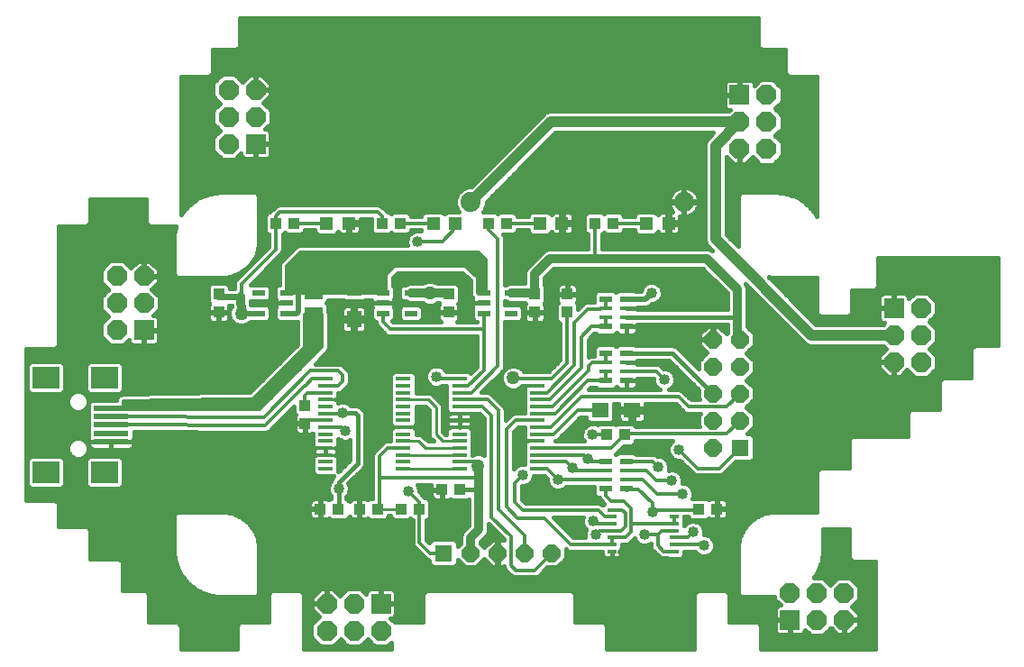
<source format=gtl>
G75*
%MOIN*%
%OFA0B0*%
%FSLAX24Y24*%
%IPPOS*%
%LPD*%
%AMOC8*
5,1,8,0,0,1.08239X$1,22.5*
%
%ADD10R,0.0394X0.0433*%
%ADD11R,0.0472X0.0472*%
%ADD12R,0.0433X0.0394*%
%ADD13R,0.0630X0.0551*%
%ADD14R,0.0701X0.0402*%
%ADD15R,0.0551X0.0630*%
%ADD16R,0.0354X0.0138*%
%ADD17R,0.0984X0.0787*%
%ADD18R,0.1299X0.0197*%
%ADD19R,0.0453X0.0173*%
%ADD20R,0.0453X0.0248*%
%ADD21R,0.0640X0.0640*%
%ADD22OC8,0.0640*%
%ADD23R,0.0550X0.0137*%
%ADD24R,0.0472X0.0217*%
%ADD25R,0.0740X0.0740*%
%ADD26OC8,0.0740*%
%ADD27C,0.0740*%
%ADD28C,0.0120*%
%ADD29C,0.0100*%
%ADD30C,0.0400*%
%ADD31C,0.0450*%
%ADD32C,0.0160*%
%ADD33C,0.1660*%
%ADD34C,0.0320*%
%ADD35C,0.0200*%
%ADD36C,0.0240*%
%ADD37C,0.0500*%
%ADD38C,0.0400*%
D10*
X014860Y007337D03*
X015529Y007337D03*
X011294Y010503D03*
X011294Y011172D03*
X008107Y014611D03*
X008107Y015281D03*
X010209Y017904D03*
X010878Y017904D03*
X014146Y017904D03*
X014815Y017904D03*
X018083Y017904D03*
X018752Y017904D03*
X022020Y017904D03*
X022689Y017904D03*
X020994Y015281D03*
X020994Y014611D03*
X019794Y014611D03*
X019794Y015281D03*
X016607Y015281D03*
X016607Y014611D03*
X022460Y010087D03*
X023129Y010087D03*
D11*
X023910Y017904D03*
X024737Y017904D03*
X020800Y017904D03*
X019973Y017904D03*
X016863Y017904D03*
X016036Y017904D03*
X012926Y017904D03*
X012099Y017904D03*
D12*
X016360Y008046D03*
X017029Y008046D03*
X013979Y007337D03*
X013310Y007337D03*
X012529Y007337D03*
X011860Y007337D03*
X025860Y007337D03*
X026529Y007337D03*
D13*
X023385Y010987D03*
X022204Y010987D03*
D14*
X011607Y014595D03*
X011607Y015296D03*
D15*
X013107Y015536D03*
X013107Y014355D03*
D16*
X022643Y007305D03*
X022643Y007049D03*
X022643Y006793D03*
X022643Y006537D03*
X022643Y006281D03*
X022643Y006026D03*
X022643Y005770D03*
X024946Y005770D03*
X024946Y006026D03*
X024946Y006281D03*
X024946Y006537D03*
X024946Y006793D03*
X024946Y007049D03*
X024946Y007305D03*
D17*
X003890Y008691D03*
X001725Y008691D03*
X001725Y012195D03*
X003890Y012195D03*
D18*
X004126Y011073D03*
X004126Y010758D03*
X004126Y010443D03*
X004126Y010128D03*
X004126Y009813D03*
D19*
X022411Y008745D03*
X022411Y008430D03*
X023178Y008430D03*
X023178Y008745D03*
X023178Y012430D03*
X023178Y012745D03*
X022411Y012745D03*
X022411Y012430D03*
X022411Y014430D03*
X022411Y014745D03*
X023178Y014745D03*
X023178Y014430D03*
D20*
X023178Y014078D03*
X022411Y014078D03*
X022411Y013097D03*
X023178Y013097D03*
X023178Y012078D03*
X022411Y012078D03*
X022411Y009097D03*
X023178Y009097D03*
X023178Y008078D03*
X022411Y008078D03*
X022411Y015097D03*
X023178Y015097D03*
D21*
X027382Y009604D03*
X016418Y005699D03*
D22*
X017418Y005699D03*
X018418Y005699D03*
X019418Y005699D03*
X020418Y005699D03*
X026382Y009604D03*
X026382Y010604D03*
X027382Y010604D03*
X027382Y011604D03*
X026382Y011604D03*
X026382Y012604D03*
X027382Y012604D03*
X027382Y013604D03*
X026382Y013604D03*
D23*
X019884Y012151D03*
X019884Y011895D03*
X019884Y011639D03*
X019884Y011383D03*
X019884Y011127D03*
X019884Y010871D03*
X019884Y010615D03*
X019884Y010359D03*
X019884Y010104D03*
X019884Y009848D03*
X019884Y009592D03*
X019884Y009336D03*
X019884Y009080D03*
X019884Y008824D03*
X017005Y008824D03*
X017005Y009080D03*
X017005Y009336D03*
X017005Y009592D03*
X017005Y009848D03*
X017005Y010104D03*
X017005Y010359D03*
X017005Y010615D03*
X017005Y010871D03*
X017005Y011127D03*
X017005Y011383D03*
X017005Y011639D03*
X017005Y011895D03*
X017005Y012151D03*
X014934Y012151D03*
X014934Y011895D03*
X014934Y011639D03*
X014934Y011383D03*
X014934Y011127D03*
X014934Y010871D03*
X014934Y010615D03*
X014934Y010359D03*
X014934Y010104D03*
X014934Y009848D03*
X014934Y009592D03*
X014934Y009336D03*
X014934Y009080D03*
X014934Y008824D03*
X012055Y008824D03*
X012055Y009080D03*
X012055Y009336D03*
X012055Y009592D03*
X012055Y009848D03*
X012055Y010104D03*
X012055Y010359D03*
X012055Y010615D03*
X012055Y010871D03*
X012055Y011127D03*
X012055Y011383D03*
X012055Y011639D03*
X012055Y011895D03*
X012055Y012151D03*
D24*
X010619Y014572D03*
X010619Y014946D03*
X010619Y015320D03*
X009595Y015320D03*
X009595Y014572D03*
X014183Y014572D03*
X014183Y014946D03*
X014183Y015320D03*
X015206Y015320D03*
X015206Y014572D03*
X017906Y014572D03*
X017906Y014946D03*
X017906Y015320D03*
X018930Y015320D03*
X018930Y014572D03*
D25*
X009469Y020841D03*
X005335Y013951D03*
X014103Y003837D03*
X029229Y003230D03*
X033075Y014770D03*
X027367Y022644D03*
D26*
X028367Y022644D03*
X028367Y021644D03*
X027367Y021644D03*
X027367Y020644D03*
X028367Y020644D03*
X034075Y014770D03*
X034075Y013770D03*
X033075Y013770D03*
X033075Y012770D03*
X034075Y012770D03*
X031229Y004230D03*
X031229Y003230D03*
X030229Y003230D03*
X030229Y004230D03*
X029229Y004230D03*
X014103Y002837D03*
X013103Y002837D03*
X012103Y002837D03*
X012103Y003837D03*
X013103Y003837D03*
X004335Y013951D03*
X004335Y014951D03*
X005335Y014951D03*
X005335Y015951D03*
X004335Y015951D03*
X008469Y020841D03*
X008469Y021841D03*
X009469Y021841D03*
X009469Y022841D03*
X008469Y022841D03*
D27*
X017433Y018691D03*
X025307Y018691D03*
D28*
X023910Y017904D02*
X022689Y017904D01*
X022020Y017904D02*
X022020Y016686D01*
X021922Y016587D01*
X019973Y017904D02*
X018752Y017904D01*
X018083Y017904D02*
X018083Y017648D01*
X018418Y017313D01*
X018418Y012611D01*
X017446Y011639D01*
X017005Y011639D01*
X017005Y011895D02*
X017327Y011895D01*
X017906Y012474D01*
X017906Y013987D01*
X014444Y013987D01*
X014183Y014249D01*
X014183Y014249D01*
X014183Y014572D01*
X014294Y015321D02*
X010607Y015321D01*
X010607Y016321D01*
X011107Y016821D01*
X017732Y016821D01*
X017982Y016571D01*
X017982Y015321D01*
X017669Y015321D01*
X017669Y015883D01*
X017232Y016321D01*
X014607Y016321D01*
X014294Y016008D01*
X014294Y015321D01*
X014294Y015349D02*
X010607Y015349D01*
X010607Y015468D02*
X014294Y015468D01*
X014294Y015586D02*
X010607Y015586D01*
X010607Y015705D02*
X014294Y015705D01*
X014294Y015823D02*
X010607Y015823D01*
X010607Y015942D02*
X014294Y015942D01*
X014346Y016060D02*
X010607Y016060D01*
X010607Y016179D02*
X014465Y016179D01*
X014583Y016297D02*
X010607Y016297D01*
X010702Y016416D02*
X017982Y016416D01*
X017982Y016534D02*
X010820Y016534D01*
X010939Y016653D02*
X017900Y016653D01*
X017781Y016771D02*
X011057Y016771D01*
X010209Y016923D02*
X008944Y015659D01*
X008944Y014572D01*
X008949Y015167D01*
X011294Y014505D02*
X011296Y014511D01*
X011357Y014571D01*
X011857Y014571D01*
X011919Y014508D01*
X011919Y013321D01*
X009613Y011015D01*
X004872Y011015D01*
X004851Y011036D01*
X004570Y011036D01*
X004570Y011327D01*
X008372Y011390D01*
X009363Y011390D01*
X011294Y013321D01*
X011294Y014505D01*
X011306Y014520D02*
X011908Y014520D01*
X011919Y014401D02*
X011294Y014401D01*
X011294Y014283D02*
X011919Y014283D01*
X011919Y014164D02*
X011294Y014164D01*
X011294Y014046D02*
X011919Y014046D01*
X011919Y013927D02*
X011294Y013927D01*
X011294Y013809D02*
X011919Y013809D01*
X011919Y013690D02*
X011294Y013690D01*
X011294Y013572D02*
X011919Y013572D01*
X011919Y013453D02*
X011294Y013453D01*
X011294Y013335D02*
X011919Y013335D01*
X011815Y013216D02*
X011190Y013216D01*
X011071Y013098D02*
X011696Y013098D01*
X011578Y012979D02*
X010953Y012979D01*
X010834Y012861D02*
X011459Y012861D01*
X011341Y012742D02*
X010716Y012742D01*
X010597Y012624D02*
X011222Y012624D01*
X011104Y012505D02*
X010479Y012505D01*
X010360Y012387D02*
X010985Y012387D01*
X010867Y012268D02*
X010242Y012268D01*
X010123Y012150D02*
X010748Y012150D01*
X010630Y012031D02*
X010005Y012031D01*
X009886Y011913D02*
X010511Y011913D01*
X010393Y011794D02*
X009768Y011794D01*
X009649Y011676D02*
X010274Y011676D01*
X010156Y011557D02*
X009531Y011557D01*
X009412Y011439D02*
X010037Y011439D01*
X009919Y011320D02*
X004570Y011320D01*
X004570Y011202D02*
X009800Y011202D01*
X009682Y011083D02*
X004570Y011083D01*
X004126Y010758D02*
X009794Y010738D01*
X011499Y012443D01*
X012529Y012443D01*
X012689Y012283D01*
X012689Y012073D01*
X012511Y011895D01*
X012055Y011895D01*
X012055Y012151D02*
X011549Y012151D01*
X011302Y011903D01*
X011299Y011903D01*
X009819Y010423D01*
X004126Y010443D01*
X011294Y010503D02*
X011343Y010615D01*
X012055Y010615D01*
X012055Y010359D02*
X012667Y010359D01*
X012794Y010237D01*
X012678Y010871D02*
X012055Y010871D01*
X012678Y010871D02*
X012694Y010887D01*
X012594Y011287D02*
X012499Y011383D01*
X012055Y011639D02*
X011396Y011639D01*
X011294Y011537D01*
X011294Y011172D01*
X011449Y009592D02*
X011394Y009537D01*
X011449Y009592D02*
X012055Y009592D01*
X012055Y009336D02*
X011544Y009336D01*
X011544Y009287D01*
X014044Y009287D02*
X014044Y008484D01*
X014044Y007403D01*
X013979Y007337D01*
X015107Y008008D02*
X015529Y007586D01*
X015529Y007337D01*
X015529Y006096D01*
X015927Y005699D01*
X016418Y005699D01*
X018194Y007031D02*
X018906Y006320D01*
X018906Y005246D01*
X019083Y005069D01*
X019788Y005069D01*
X020418Y005699D01*
X021122Y006026D02*
X022643Y006026D01*
X022643Y006281D01*
X022649Y006287D01*
X023144Y006287D01*
X023361Y006504D01*
X023361Y006787D01*
X023361Y007352D01*
X023089Y007623D01*
X022629Y007623D01*
X022421Y007832D01*
X022411Y008078D01*
X022411Y008430D02*
X020644Y008430D01*
X020250Y008824D01*
X019884Y008824D01*
X019884Y009080D02*
X020952Y009080D01*
X021187Y008845D01*
X021287Y008745D01*
X022411Y008745D01*
X022411Y009097D02*
X021844Y009097D01*
X021744Y009197D01*
X021606Y009336D01*
X019884Y009336D01*
X019884Y009592D02*
X022633Y009592D01*
X023129Y010087D01*
X023135Y010087D01*
X023181Y010121D01*
X026893Y010121D01*
X027382Y010604D01*
X026893Y011121D02*
X027382Y011604D01*
X026893Y011121D02*
X025480Y011121D01*
X025113Y011487D01*
X021513Y011487D01*
X020385Y010359D01*
X019884Y010359D01*
X019884Y010104D02*
X020489Y010104D01*
X021369Y010983D01*
X022200Y010983D01*
X022204Y010987D01*
X022460Y010087D02*
X021934Y010087D01*
X023178Y009097D02*
X024147Y009097D01*
X024357Y008887D01*
X023918Y008745D02*
X024275Y008387D01*
X024857Y008387D01*
X025257Y007887D02*
X024315Y007887D01*
X023773Y008430D01*
X023178Y008430D01*
X023178Y008745D02*
X023918Y008745D01*
X023609Y008073D02*
X023193Y008073D01*
X023609Y008073D02*
X024139Y007543D01*
X024139Y007243D01*
X024144Y007237D02*
X024177Y007305D01*
X024946Y007305D01*
X025828Y007305D01*
X025860Y007337D01*
X024946Y007049D02*
X024946Y006793D01*
X023367Y006793D01*
X023361Y006787D01*
X023144Y006687D02*
X022994Y006537D01*
X022643Y006537D01*
X022194Y006537D01*
X022044Y006387D01*
X022039Y006793D02*
X021944Y006887D01*
X022039Y006793D02*
X022643Y006793D01*
X022643Y007049D02*
X022383Y007049D01*
X022144Y007287D01*
X019344Y007287D01*
X019044Y007587D01*
X019044Y008287D01*
X019344Y008587D01*
X020644Y008430D02*
X020702Y008430D01*
X021144Y008887D02*
X021187Y008845D01*
X019884Y009848D02*
X019434Y009848D01*
X019194Y010087D01*
X018744Y010287D02*
X019072Y010615D01*
X019884Y010615D01*
X019884Y010871D02*
X020537Y010871D01*
X021743Y012078D01*
X022411Y012078D01*
X022411Y012430D01*
X022411Y012745D02*
X021911Y012745D01*
X021779Y012613D01*
X021779Y012463D01*
X020443Y011127D01*
X019884Y011127D01*
X019884Y011383D02*
X020349Y011383D01*
X021509Y012543D01*
X021509Y013703D01*
X021883Y014078D01*
X022411Y014078D01*
X022411Y014430D01*
X022411Y014745D02*
X022049Y014733D01*
X021759Y014733D01*
X021259Y014233D01*
X021259Y012653D01*
X020245Y011639D01*
X019884Y011639D01*
X019884Y011895D02*
X019352Y011895D01*
X019144Y011687D01*
X019144Y011287D01*
X018444Y010987D02*
X018444Y007326D01*
X019418Y006352D01*
X019418Y005699D01*
X020150Y006998D02*
X021122Y006026D01*
X020150Y006998D02*
X019167Y006998D01*
X018744Y007420D01*
X018744Y010287D01*
X018194Y010787D02*
X017855Y011127D01*
X017005Y011127D01*
X017005Y010871D02*
X016568Y010871D01*
X016564Y010867D01*
X017564Y010867D01*
X017654Y010347D02*
X016554Y010347D01*
X015454Y010347D02*
X015444Y010357D01*
X014844Y010357D01*
X014934Y010359D02*
X014372Y010359D01*
X014344Y010387D01*
X014244Y010487D01*
X014244Y010387D02*
X014344Y010387D01*
X014400Y010387D01*
X014372Y010359D01*
X014349Y009592D02*
X014044Y009287D01*
X014349Y009592D02*
X014934Y009592D01*
X014044Y008484D02*
X017720Y008484D01*
X017694Y008937D02*
X017552Y009080D01*
X017005Y009080D01*
X017694Y008937D02*
X017752Y009080D01*
X018194Y010787D02*
X018194Y007031D01*
X022643Y007305D02*
X023027Y007305D01*
X023144Y007187D01*
X023144Y006687D01*
X023844Y006387D02*
X024344Y006387D01*
X024494Y006537D01*
X024946Y006537D01*
X024946Y006281D02*
X025439Y006281D01*
X025644Y006487D01*
X026006Y006026D02*
X024946Y006026D01*
X024946Y005770D02*
X024562Y005770D01*
X024344Y005987D01*
X024344Y006387D01*
X026006Y006026D02*
X026044Y005987D01*
X025826Y008837D02*
X026609Y008837D01*
X027382Y009604D01*
X025826Y008837D02*
X025126Y009537D01*
X024585Y012116D02*
X024271Y012430D01*
X023178Y012430D01*
X022411Y012745D02*
X022411Y013097D01*
X020994Y012737D02*
X020408Y012151D01*
X019884Y012151D01*
X019031Y012151D01*
X018994Y012187D01*
X019834Y011897D02*
X019881Y011897D01*
X019884Y011895D01*
X020994Y012737D02*
X020994Y014611D01*
X022411Y014745D02*
X022411Y015097D01*
X024120Y016611D02*
X024144Y016587D01*
X024144Y016611D02*
X024120Y016611D01*
X017982Y016297D02*
X017255Y016297D01*
X017374Y016179D02*
X017982Y016179D01*
X017982Y016060D02*
X017492Y016060D01*
X017611Y015942D02*
X017982Y015942D01*
X017982Y015823D02*
X017669Y015823D01*
X017669Y015705D02*
X017982Y015705D01*
X017982Y015586D02*
X017669Y015586D01*
X017669Y015468D02*
X017982Y015468D01*
X017982Y015349D02*
X017669Y015349D01*
X017906Y014572D02*
X017906Y013987D01*
X017005Y012151D02*
X016231Y012151D01*
X016144Y012237D01*
X017005Y011383D02*
X018049Y011383D01*
X018444Y010987D01*
X010209Y016923D02*
X010209Y017904D01*
X010209Y018173D01*
X010357Y018321D01*
X013982Y018321D01*
X014146Y018156D01*
X014146Y017904D01*
X014815Y017904D02*
X016036Y017904D01*
X016370Y017234D02*
X016863Y017726D01*
X016863Y017904D01*
X016370Y017234D02*
X015465Y017234D01*
X012099Y017904D02*
X010878Y017904D01*
D29*
X012055Y011895D02*
X012063Y011887D01*
X012055Y011383D02*
X012499Y011383D01*
X014934Y011383D02*
X015849Y011383D01*
X016144Y011087D01*
X016144Y010087D01*
X016384Y009848D01*
X017005Y009848D01*
X017005Y009592D02*
X015740Y009592D01*
X015484Y009848D01*
X014934Y009848D01*
X014934Y009336D02*
X017005Y009336D01*
X017005Y008824D02*
X014934Y008824D01*
X014860Y007337D02*
X013979Y007337D01*
X012494Y009337D02*
X012044Y009337D01*
X012046Y009336D01*
X012055Y009336D01*
X012044Y009337D02*
X012044Y009387D01*
X011994Y009587D02*
X012594Y009587D01*
X011394Y009537D02*
X011394Y009287D01*
D30*
X011944Y008287D03*
X012544Y008087D03*
X013594Y008337D03*
X015107Y008008D03*
X015732Y008071D03*
X013300Y006289D03*
X011922Y006289D03*
X009756Y004715D03*
X007000Y007470D03*
X009934Y008857D03*
X008181Y009636D03*
X010734Y010497D03*
X012694Y010887D03*
X012794Y010237D03*
X012794Y009387D03*
X013994Y010287D03*
X015694Y010787D03*
X013894Y011787D03*
X012224Y012987D03*
X010857Y013571D03*
X010044Y014946D03*
X012444Y015912D03*
X013607Y017321D03*
X015465Y017234D03*
X015932Y015925D03*
X014744Y014987D03*
X015932Y014612D03*
X017244Y014612D03*
X016944Y013487D03*
X016144Y012237D03*
X017694Y010387D03*
X019194Y010087D03*
X019144Y011287D03*
X021934Y010087D03*
X021744Y009197D03*
X021187Y008845D03*
X020644Y008430D03*
X019494Y008037D03*
X019344Y008587D03*
X021199Y006827D03*
X021944Y006887D03*
X022044Y006387D03*
X022607Y005321D03*
X023844Y006387D03*
X024144Y007237D03*
X025257Y007887D03*
X024857Y008387D03*
X024357Y008887D03*
X025126Y009537D03*
X024932Y010987D03*
X025636Y011604D03*
X024585Y012116D03*
X023813Y011987D03*
X021955Y013552D03*
X019794Y013946D03*
X020982Y016008D03*
X018857Y017071D03*
X023339Y017098D03*
X025707Y017904D03*
X027079Y018494D03*
X029835Y015738D03*
X027920Y014281D03*
X028884Y013125D03*
X028864Y011135D03*
X028264Y008867D03*
X027474Y007877D03*
X025644Y006487D03*
X026044Y005987D03*
X023930Y003533D03*
X029835Y007470D03*
X026096Y015397D03*
X024107Y015321D03*
X013757Y013987D03*
X007788Y012785D03*
X005819Y012785D03*
X001882Y010423D03*
X009756Y018494D03*
D31*
X024626Y013987D03*
X017232Y007008D03*
D32*
X005527Y004207D02*
X005527Y003143D01*
X006591Y003143D01*
X006708Y003026D01*
X006708Y002159D01*
X008769Y002159D01*
X008769Y003026D01*
X008886Y003143D01*
X009950Y003143D01*
X009950Y004207D01*
X010067Y004324D01*
X011119Y004324D01*
X011236Y004207D01*
X011236Y002159D01*
X014478Y002159D01*
X014478Y002405D01*
X014339Y002267D01*
X013867Y002267D01*
X013603Y002531D01*
X013339Y002267D01*
X012867Y002267D01*
X012603Y002531D01*
X012339Y002267D01*
X011867Y002267D01*
X011533Y002601D01*
X011533Y003073D01*
X011811Y003351D01*
X011553Y003609D01*
X011553Y003817D01*
X012083Y003817D01*
X012083Y003857D01*
X012083Y004387D01*
X011875Y004387D01*
X011553Y004064D01*
X011553Y003857D01*
X012083Y003857D01*
X012123Y003857D01*
X012123Y004387D01*
X012331Y004387D01*
X012589Y004129D01*
X012867Y004407D01*
X013339Y004407D01*
X013553Y004193D01*
X013553Y004230D01*
X013565Y004276D01*
X013589Y004317D01*
X013622Y004351D01*
X013663Y004374D01*
X013709Y004387D01*
X014083Y004387D01*
X014083Y003857D01*
X014123Y003857D01*
X014123Y004387D01*
X014496Y004387D01*
X014542Y004374D01*
X014583Y004351D01*
X014617Y004317D01*
X014640Y004276D01*
X014653Y004230D01*
X014653Y003857D01*
X014123Y003857D01*
X014123Y003817D01*
X014653Y003817D01*
X014653Y003443D01*
X014640Y003397D01*
X014617Y003356D01*
X014583Y003323D01*
X014542Y003299D01*
X014496Y003287D01*
X014459Y003287D01*
X014603Y003143D01*
X015659Y003143D01*
X015659Y004207D01*
X015776Y004324D01*
X021158Y004324D01*
X021275Y004207D01*
X021275Y003143D01*
X022339Y003143D01*
X022456Y003026D01*
X022456Y002159D01*
X025698Y002159D01*
X025698Y004207D01*
X025815Y004324D01*
X026867Y004324D01*
X026984Y004207D01*
X026984Y003143D01*
X028048Y003143D01*
X028165Y003026D01*
X028165Y002159D01*
X032391Y002159D01*
X032391Y005400D01*
X031524Y005400D01*
X031407Y005518D01*
X031407Y006581D01*
X030464Y006581D01*
X030464Y005932D01*
X030469Y005926D01*
X030464Y005850D01*
X030464Y005773D01*
X030459Y005768D01*
X030455Y005705D01*
X030463Y005693D01*
X030449Y005625D01*
X030445Y005555D01*
X030434Y005545D01*
X030420Y005476D01*
X030427Y005463D01*
X030404Y005397D01*
X030391Y005328D01*
X030378Y005320D01*
X030356Y005254D01*
X030360Y005239D01*
X030329Y005177D01*
X030307Y005111D01*
X030294Y005104D01*
X030263Y005041D01*
X030266Y005027D01*
X030227Y004969D01*
X030196Y004906D01*
X030182Y004901D01*
X030143Y004843D01*
X030144Y004828D01*
X030119Y004800D01*
X030465Y004800D01*
X030729Y004536D01*
X030993Y004800D01*
X031465Y004800D01*
X031799Y004466D01*
X031799Y003994D01*
X031521Y003716D01*
X031779Y003458D01*
X031779Y003250D01*
X031249Y003250D01*
X031249Y003210D01*
X031779Y003210D01*
X031779Y003002D01*
X031457Y002680D01*
X031249Y002680D01*
X031249Y003210D01*
X031209Y003210D01*
X031209Y002680D01*
X031001Y002680D01*
X030743Y002938D01*
X030465Y002660D01*
X029993Y002660D01*
X029779Y002874D01*
X029779Y002837D01*
X029766Y002791D01*
X029743Y002750D01*
X029709Y002716D01*
X029668Y002693D01*
X029622Y002680D01*
X029249Y002680D01*
X029249Y003210D01*
X029209Y003210D01*
X029209Y002680D01*
X028835Y002680D01*
X028789Y002693D01*
X028748Y002716D01*
X028715Y002750D01*
X028691Y002791D01*
X028679Y002837D01*
X028679Y003210D01*
X029209Y003210D01*
X029209Y003250D01*
X028679Y003250D01*
X028679Y003624D01*
X028691Y003670D01*
X028715Y003711D01*
X028748Y003744D01*
X028789Y003768D01*
X028835Y003780D01*
X028873Y003780D01*
X028659Y003994D01*
X028659Y004079D01*
X028620Y004077D01*
X028614Y004081D01*
X027425Y004081D01*
X027308Y004199D01*
X027308Y005782D01*
X027303Y005788D01*
X027308Y005863D01*
X027308Y005939D01*
X027314Y005945D01*
X027316Y005972D01*
X027307Y005986D01*
X027322Y006053D01*
X027327Y006121D01*
X027339Y006132D01*
X027347Y006167D01*
X027340Y006181D01*
X027364Y006246D01*
X027378Y006313D01*
X027392Y006321D01*
X027404Y006354D01*
X027400Y006370D01*
X027433Y006430D01*
X027457Y006494D01*
X027471Y006501D01*
X027488Y006532D01*
X027486Y006548D01*
X027527Y006603D01*
X027560Y006663D01*
X027576Y006668D01*
X027597Y006696D01*
X027597Y006713D01*
X027645Y006761D01*
X027686Y006816D01*
X027702Y006818D01*
X027727Y006843D01*
X027730Y006859D01*
X027785Y006900D01*
X027833Y006949D01*
X027849Y006949D01*
X027878Y006970D01*
X027882Y006986D01*
X027942Y007019D01*
X027997Y007060D01*
X028013Y007057D01*
X028044Y007074D01*
X028051Y007089D01*
X028115Y007113D01*
X028176Y007146D01*
X028191Y007141D01*
X028224Y007154D01*
X028233Y007167D01*
X028300Y007182D01*
X028364Y007206D01*
X028379Y007199D01*
X028414Y007207D01*
X028424Y007219D01*
X028493Y007224D01*
X028560Y007238D01*
X028573Y007230D01*
X028601Y007232D01*
X028607Y007237D01*
X028682Y007237D01*
X028758Y007243D01*
X028764Y007237D01*
X030226Y007237D01*
X030226Y008734D01*
X030343Y008852D01*
X031407Y008852D01*
X031407Y009916D01*
X031524Y010033D01*
X033572Y010033D01*
X033572Y010900D01*
X033689Y011017D01*
X034753Y011017D01*
X034753Y012081D01*
X034870Y012198D01*
X035934Y012198D01*
X035934Y013262D01*
X036051Y013379D01*
X036919Y013379D01*
X036919Y016621D01*
X032496Y016621D01*
X032496Y015557D01*
X032379Y015440D01*
X031511Y015440D01*
X031511Y014573D01*
X031394Y014456D01*
X030343Y014456D01*
X030226Y014573D01*
X030226Y015893D01*
X028764Y015893D01*
X028758Y015887D01*
X028682Y015893D01*
X028607Y015893D01*
X028601Y015898D01*
X028573Y015900D01*
X028560Y015892D01*
X028493Y015906D01*
X028459Y015909D01*
X030198Y014170D01*
X032669Y014170D01*
X032719Y014220D01*
X032681Y014220D01*
X032636Y014232D01*
X032595Y014256D01*
X032561Y014289D01*
X032537Y014330D01*
X032525Y014376D01*
X032525Y014750D01*
X033055Y014750D01*
X033055Y014790D01*
X033055Y015320D01*
X032681Y015320D01*
X032636Y015307D01*
X032595Y015284D01*
X032561Y015250D01*
X032537Y015209D01*
X032525Y015163D01*
X032525Y014790D01*
X033055Y014790D01*
X033095Y014790D01*
X033095Y015320D01*
X033469Y015320D01*
X033515Y015307D01*
X033556Y015284D01*
X033589Y015250D01*
X033613Y015209D01*
X033625Y015163D01*
X033625Y015126D01*
X033839Y015340D01*
X034311Y015340D01*
X034645Y015006D01*
X034645Y014534D01*
X034381Y014270D01*
X034645Y014006D01*
X034645Y013534D01*
X034381Y013270D01*
X034645Y013006D01*
X034645Y012534D01*
X034311Y012200D01*
X033839Y012200D01*
X033561Y012478D01*
X033303Y012220D01*
X033095Y012220D01*
X033095Y012750D01*
X033055Y012750D01*
X032525Y012750D01*
X032525Y012542D01*
X032847Y012220D01*
X033055Y012220D01*
X033055Y012750D01*
X033055Y012790D01*
X032525Y012790D01*
X032525Y012998D01*
X032783Y013256D01*
X032669Y013370D01*
X029952Y013370D01*
X029805Y013431D01*
X029693Y013543D01*
X027588Y015648D01*
X027636Y015532D01*
X027636Y014086D01*
X027902Y013820D01*
X027902Y013389D01*
X027618Y013104D01*
X027902Y012820D01*
X027902Y012389D01*
X027618Y012104D01*
X027902Y011820D01*
X027902Y011389D01*
X027618Y011104D01*
X027902Y010820D01*
X027902Y010389D01*
X027638Y010124D01*
X027785Y010124D01*
X027902Y010007D01*
X027902Y009201D01*
X027785Y009084D01*
X027227Y009084D01*
X026793Y008653D01*
X026756Y008617D01*
X026756Y008617D01*
X026755Y008616D01*
X026708Y008597D01*
X026661Y008577D01*
X026660Y008577D01*
X026660Y008577D01*
X026609Y008577D01*
X025774Y008577D01*
X025679Y008617D01*
X025606Y008690D01*
X025158Y009137D01*
X025046Y009137D01*
X024899Y009198D01*
X024787Y009311D01*
X024726Y009458D01*
X024726Y009617D01*
X024787Y009764D01*
X024884Y009861D01*
X023526Y009861D01*
X023526Y009788D01*
X023409Y009671D01*
X023080Y009671D01*
X022781Y009371D01*
X022773Y009368D01*
X022794Y009347D01*
X022869Y009421D01*
X023488Y009421D01*
X023552Y009357D01*
X024199Y009357D01*
X024295Y009318D01*
X024325Y009287D01*
X024437Y009287D01*
X024584Y009227D01*
X024696Y009114D01*
X024757Y008967D01*
X024757Y008808D01*
X024743Y008773D01*
X024778Y008787D01*
X024937Y008787D01*
X025084Y008727D01*
X025196Y008614D01*
X025257Y008467D01*
X025257Y008308D01*
X025249Y008287D01*
X025337Y008287D01*
X025484Y008227D01*
X025596Y008114D01*
X025657Y007967D01*
X025657Y007808D01*
X025627Y007734D01*
X026159Y007734D01*
X026210Y007683D01*
X026243Y007702D01*
X026289Y007714D01*
X026511Y007714D01*
X026511Y007356D01*
X026548Y007356D01*
X026926Y007356D01*
X026926Y007558D01*
X026913Y007604D01*
X026890Y007645D01*
X026856Y007678D01*
X026815Y007702D01*
X026769Y007714D01*
X026548Y007714D01*
X026548Y007356D01*
X026548Y007319D01*
X026926Y007319D01*
X026926Y007117D01*
X026913Y007071D01*
X026890Y007030D01*
X026856Y006997D01*
X026815Y006973D01*
X026769Y006961D01*
X026548Y006961D01*
X026548Y007319D01*
X026511Y007319D01*
X026511Y006961D01*
X026289Y006961D01*
X026243Y006973D01*
X026210Y006992D01*
X026159Y006941D01*
X025560Y006941D01*
X025456Y007045D01*
X025323Y007045D01*
X025323Y006732D01*
X025418Y006827D01*
X025565Y006887D01*
X025724Y006887D01*
X025871Y006827D01*
X025984Y006714D01*
X026044Y006567D01*
X026044Y006408D01*
X026036Y006387D01*
X026124Y006387D01*
X026271Y006327D01*
X026384Y006214D01*
X026444Y006067D01*
X026444Y005908D01*
X026384Y005761D01*
X026271Y005648D01*
X026124Y005587D01*
X025965Y005587D01*
X025818Y005648D01*
X025705Y005761D01*
X025703Y005766D01*
X025323Y005766D01*
X025323Y005618D01*
X025206Y005501D01*
X024686Y005501D01*
X024677Y005510D01*
X024510Y005510D01*
X024415Y005549D01*
X024197Y005767D01*
X024124Y005840D01*
X024084Y005936D01*
X024084Y006062D01*
X024071Y006048D01*
X023924Y005987D01*
X023765Y005987D01*
X023618Y006048D01*
X023505Y006161D01*
X023470Y006246D01*
X023365Y006140D01*
X023292Y006067D01*
X023196Y006027D01*
X023020Y006027D01*
X023020Y005874D01*
X023000Y005854D01*
X023000Y005770D01*
X022916Y005770D01*
X022916Y005770D01*
X023000Y005770D01*
X023000Y005677D01*
X022988Y005631D01*
X022964Y005590D01*
X022931Y005557D01*
X022890Y005533D01*
X022844Y005521D01*
X022643Y005521D01*
X022643Y005757D01*
X022643Y005757D01*
X022643Y005521D01*
X022442Y005521D01*
X022396Y005533D01*
X022355Y005557D01*
X022322Y005590D01*
X022298Y005631D01*
X022286Y005677D01*
X022286Y005766D01*
X021071Y005766D01*
X020975Y005805D01*
X020938Y005843D01*
X020938Y005483D01*
X020633Y005179D01*
X020265Y005179D01*
X019935Y004848D01*
X019840Y004809D01*
X019031Y004809D01*
X018936Y004848D01*
X018863Y004922D01*
X018685Y005099D01*
X018646Y005194D01*
X018646Y005220D01*
X018625Y005199D01*
X018438Y005199D01*
X018438Y005679D01*
X018398Y005679D01*
X018398Y005199D01*
X018211Y005199D01*
X017932Y005478D01*
X017633Y005179D01*
X017202Y005179D01*
X016938Y005443D01*
X016938Y005296D01*
X016821Y005179D01*
X016015Y005179D01*
X015898Y005296D01*
X015898Y005439D01*
X015875Y005439D01*
X015779Y005478D01*
X015706Y005552D01*
X015309Y005949D01*
X015269Y006045D01*
X015269Y006921D01*
X015249Y006921D01*
X015194Y006976D01*
X015140Y006921D01*
X014580Y006921D01*
X014463Y007038D01*
X014463Y007087D01*
X014396Y007087D01*
X014396Y007058D01*
X014279Y006941D01*
X013680Y006941D01*
X013629Y006992D01*
X013596Y006973D01*
X013550Y006961D01*
X013328Y006961D01*
X013328Y007319D01*
X013291Y007319D01*
X013291Y006961D01*
X013070Y006961D01*
X013024Y006973D01*
X012983Y006997D01*
X012949Y007030D01*
X012938Y007050D01*
X012829Y006941D01*
X012230Y006941D01*
X012179Y006992D01*
X012146Y006973D01*
X012100Y006961D01*
X011878Y006961D01*
X011878Y007319D01*
X011841Y007319D01*
X011463Y007319D01*
X011463Y007117D01*
X011476Y007071D01*
X011499Y007030D01*
X011533Y006997D01*
X011574Y006973D01*
X011620Y006961D01*
X011841Y006961D01*
X011841Y007319D01*
X011841Y007356D01*
X011463Y007356D01*
X011463Y007558D01*
X011476Y007604D01*
X011499Y007645D01*
X011533Y007678D01*
X011574Y007702D01*
X011620Y007714D01*
X011841Y007714D01*
X011841Y007356D01*
X011878Y007356D01*
X011878Y007714D01*
X012100Y007714D01*
X012146Y007702D01*
X012179Y007683D01*
X012230Y007734D01*
X012264Y007734D01*
X012264Y007802D01*
X012205Y007861D01*
X012144Y008008D01*
X012144Y008167D01*
X012205Y008314D01*
X012264Y008373D01*
X012264Y008393D01*
X012307Y008496D01*
X012367Y008556D01*
X011697Y008556D01*
X011580Y008673D01*
X011580Y009231D01*
X011600Y009251D01*
X011600Y009336D01*
X011685Y009336D01*
X011685Y009336D01*
X011600Y009336D01*
X011600Y009428D01*
X011610Y009464D01*
X011600Y009500D01*
X011600Y009592D01*
X011685Y009592D01*
X011600Y009592D01*
X011600Y009676D01*
X011580Y009696D01*
X011580Y010130D01*
X011561Y010118D01*
X011515Y010106D01*
X011313Y010106D01*
X011313Y010484D01*
X011276Y010484D01*
X011276Y010106D01*
X011074Y010106D01*
X011028Y010118D01*
X010987Y010142D01*
X010954Y010176D01*
X010930Y010217D01*
X010918Y010263D01*
X010918Y010484D01*
X011276Y010484D01*
X011276Y010521D01*
X010918Y010521D01*
X010918Y010743D01*
X010930Y010789D01*
X010949Y010822D01*
X010898Y010873D01*
X010898Y011134D01*
X010039Y010276D01*
X010039Y010275D01*
X010003Y010239D01*
X009966Y010203D01*
X009966Y010203D01*
X009966Y010202D01*
X009918Y010183D01*
X009871Y010163D01*
X009870Y010163D01*
X009870Y010163D01*
X009819Y010163D01*
X009767Y010163D01*
X009767Y010163D01*
X004976Y010180D01*
X004976Y009947D01*
X004956Y009927D01*
X004956Y009813D01*
X004126Y009813D01*
X003297Y009813D01*
X003297Y009691D01*
X003309Y009645D01*
X003333Y009604D01*
X003366Y009571D01*
X003407Y009547D01*
X003453Y009535D01*
X004126Y009535D01*
X004126Y009813D01*
X004126Y009813D01*
X003297Y009813D01*
X003297Y009927D01*
X003277Y009947D01*
X003277Y011219D01*
X003226Y011095D01*
X003120Y010989D01*
X002981Y010932D01*
X002831Y010932D01*
X002692Y010989D01*
X002586Y011095D01*
X002529Y011234D01*
X002529Y011384D01*
X002586Y011523D01*
X002692Y011629D01*
X002831Y011686D01*
X002981Y011686D01*
X003120Y011629D01*
X003226Y011523D01*
X003283Y011384D01*
X003283Y011260D01*
X003394Y011371D01*
X004309Y011371D01*
X004309Y011375D01*
X004310Y011377D01*
X004310Y011379D01*
X004329Y011425D01*
X004347Y011471D01*
X004349Y011472D01*
X004349Y011475D01*
X004384Y011510D01*
X004419Y011545D01*
X004421Y011546D01*
X004423Y011548D01*
X004468Y011567D01*
X004514Y011586D01*
X004516Y011586D01*
X004518Y011587D01*
X004568Y011587D01*
X008319Y011649D01*
X008321Y011650D01*
X008370Y011650D01*
X008420Y011651D01*
X008422Y011650D01*
X009255Y011650D01*
X011034Y013429D01*
X011034Y014272D01*
X010946Y014272D01*
X010938Y014264D01*
X010299Y014264D01*
X010182Y014381D01*
X010182Y014763D01*
X010209Y014789D01*
X010202Y014814D01*
X010202Y014946D01*
X010618Y014946D01*
X010618Y014946D01*
X010202Y014946D01*
X010202Y015078D01*
X010209Y015102D01*
X010182Y015129D01*
X010182Y015511D01*
X010299Y015628D01*
X010347Y015628D01*
X010347Y016373D01*
X010386Y016468D01*
X010959Y017041D01*
X011055Y017081D01*
X015096Y017081D01*
X015065Y017155D01*
X015065Y017314D01*
X015126Y017461D01*
X015238Y017573D01*
X015385Y017634D01*
X015545Y017634D01*
X015600Y017611D01*
X015600Y017644D01*
X015212Y017644D01*
X015212Y017604D01*
X015095Y017487D01*
X014536Y017487D01*
X014481Y017542D01*
X014426Y017487D01*
X013866Y017487D01*
X013749Y017604D01*
X013749Y018061D01*
X013342Y018061D01*
X013342Y017942D01*
X012964Y017942D01*
X012964Y017865D01*
X012964Y017487D01*
X013186Y017487D01*
X013231Y017500D01*
X013272Y017523D01*
X013306Y017557D01*
X013330Y017598D01*
X013342Y017644D01*
X013342Y017865D01*
X012964Y017865D01*
X012887Y017865D01*
X012887Y017487D01*
X012666Y017487D01*
X012620Y017500D01*
X012579Y017523D01*
X012545Y017557D01*
X012531Y017581D01*
X012418Y017467D01*
X011780Y017467D01*
X011663Y017584D01*
X011663Y017644D01*
X011275Y017644D01*
X011275Y017604D01*
X011158Y017487D01*
X010599Y017487D01*
X010544Y017542D01*
X010489Y017487D01*
X010469Y017487D01*
X010469Y016872D01*
X010429Y016776D01*
X009282Y015628D01*
X009914Y015628D01*
X010031Y015511D01*
X010031Y015129D01*
X009914Y015012D01*
X009286Y015012D01*
X009292Y014880D01*
X009914Y014880D01*
X010031Y014763D01*
X010031Y014381D01*
X009914Y014264D01*
X009276Y014264D01*
X009274Y014265D01*
X009199Y014190D01*
X009034Y014122D01*
X008855Y014122D01*
X008690Y014190D01*
X008563Y014317D01*
X008494Y014482D01*
X008494Y014661D01*
X008563Y014827D01*
X008573Y014837D01*
X008572Y014868D01*
X008479Y014868D01*
X008484Y014851D01*
X008484Y014630D01*
X008125Y014630D01*
X008125Y014593D01*
X008484Y014593D01*
X008484Y014371D01*
X008471Y014325D01*
X008448Y014284D01*
X008414Y014251D01*
X008373Y014227D01*
X008327Y014215D01*
X008125Y014215D01*
X008125Y014593D01*
X008088Y014593D01*
X007730Y014593D01*
X007730Y014371D01*
X007742Y014325D01*
X007766Y014284D01*
X007799Y014251D01*
X007840Y014227D01*
X007886Y014215D01*
X008088Y014215D01*
X008088Y014593D01*
X008088Y014630D01*
X007730Y014630D01*
X007730Y014851D01*
X007742Y014897D01*
X007761Y014930D01*
X007710Y014981D01*
X007710Y015580D01*
X007827Y015697D01*
X008386Y015697D01*
X008504Y015580D01*
X008504Y015508D01*
X008684Y015508D01*
X008684Y015710D01*
X008724Y015806D01*
X009949Y017031D01*
X009949Y017487D01*
X009929Y017487D01*
X009812Y017604D01*
X009812Y018203D01*
X009929Y018320D01*
X009988Y018320D01*
X009989Y018321D01*
X010209Y018541D01*
X010305Y018581D01*
X014033Y018581D01*
X014129Y018541D01*
X014202Y018468D01*
X014350Y018320D01*
X014426Y018320D01*
X014481Y018265D01*
X014536Y018320D01*
X015095Y018320D01*
X015212Y018203D01*
X015212Y018164D01*
X015600Y018164D01*
X015600Y018223D01*
X015717Y018340D01*
X016355Y018340D01*
X016449Y018245D01*
X016544Y018340D01*
X016979Y018340D01*
X016950Y018368D01*
X016863Y018578D01*
X016863Y018804D01*
X016950Y019014D01*
X017111Y019174D01*
X017320Y019261D01*
X017438Y019261D01*
X020047Y021870D01*
X020160Y021983D01*
X020307Y022044D01*
X026960Y022044D01*
X027010Y022094D01*
X026973Y022094D01*
X026927Y022106D01*
X026886Y022130D01*
X026852Y022163D01*
X026829Y022204D01*
X026817Y022250D01*
X026817Y022624D01*
X027347Y022624D01*
X027347Y022664D01*
X027347Y023194D01*
X026973Y023194D01*
X026927Y023181D01*
X026886Y023158D01*
X026852Y023124D01*
X026829Y023083D01*
X026817Y023037D01*
X026817Y022664D01*
X027347Y022664D01*
X027387Y022664D01*
X027387Y023194D01*
X027760Y023194D01*
X027806Y023181D01*
X027847Y023158D01*
X027881Y023124D01*
X027904Y023083D01*
X027917Y023037D01*
X027917Y023000D01*
X028130Y023214D01*
X028603Y023214D01*
X028937Y022880D01*
X028937Y022408D01*
X028673Y022144D01*
X028937Y021880D01*
X028937Y021408D01*
X028673Y021144D01*
X028937Y020880D01*
X028937Y020408D01*
X028603Y020074D01*
X028130Y020074D01*
X027852Y020352D01*
X027594Y020094D01*
X027387Y020094D01*
X027387Y020624D01*
X027347Y020624D01*
X027347Y020094D01*
X027139Y020094D01*
X026889Y020344D01*
X026889Y017479D01*
X027324Y017043D01*
X027322Y017077D01*
X027307Y017144D01*
X027316Y017158D01*
X027314Y017185D01*
X027308Y017191D01*
X027308Y017266D01*
X027303Y017342D01*
X027308Y017348D01*
X027308Y018931D01*
X027425Y019048D01*
X028614Y019048D01*
X028620Y019053D01*
X028696Y019048D01*
X028772Y019048D01*
X028778Y019043D01*
X028840Y019039D01*
X028853Y019047D01*
X028921Y019034D01*
X028991Y019029D01*
X029001Y019018D01*
X029069Y019004D01*
X029083Y019011D01*
X029149Y018988D01*
X029217Y018975D01*
X029226Y018962D01*
X029292Y018940D01*
X029306Y018945D01*
X029369Y018914D01*
X029435Y018891D01*
X029441Y018878D01*
X029504Y018847D01*
X029519Y018850D01*
X029577Y018811D01*
X029640Y018780D01*
X029644Y018766D01*
X029703Y018727D01*
X029718Y018728D01*
X029770Y018682D01*
X029828Y018643D01*
X029831Y018629D01*
X029884Y018582D01*
X029899Y018581D01*
X029945Y018529D01*
X029997Y018483D01*
X029998Y018468D01*
X030044Y018415D01*
X030059Y018412D01*
X030098Y018354D01*
X030144Y018302D01*
X030143Y018287D01*
X030182Y018229D01*
X030196Y018224D01*
X030226Y018164D01*
X030226Y023330D01*
X029162Y023330D01*
X029044Y023447D01*
X029044Y024314D01*
X028177Y024314D01*
X028060Y024431D01*
X028060Y025495D01*
X008874Y025495D01*
X008874Y024431D01*
X008756Y024314D01*
X007889Y024314D01*
X007889Y023447D01*
X007772Y023330D01*
X006708Y023330D01*
X006708Y018220D01*
X006710Y018224D01*
X006725Y018229D01*
X006764Y018287D01*
X006763Y018302D01*
X006809Y018354D01*
X006847Y018412D01*
X006862Y018415D01*
X006908Y018468D01*
X006909Y018483D01*
X006962Y018529D01*
X007008Y018581D01*
X007023Y018582D01*
X007075Y018629D01*
X007078Y018643D01*
X007136Y018682D01*
X007189Y018728D01*
X007204Y018727D01*
X007262Y018766D01*
X007267Y018780D01*
X007329Y018811D01*
X007387Y018850D01*
X007402Y018847D01*
X007465Y018878D01*
X007472Y018891D01*
X007538Y018914D01*
X007600Y018945D01*
X007614Y018940D01*
X007681Y018962D01*
X007689Y018975D01*
X007757Y018988D01*
X007823Y019011D01*
X007837Y019004D01*
X007906Y019018D01*
X007916Y019029D01*
X007985Y019034D01*
X008054Y019047D01*
X008066Y019039D01*
X008129Y019043D01*
X008134Y019048D01*
X008210Y019048D01*
X008287Y019053D01*
X008292Y019048D01*
X009481Y019048D01*
X009598Y018931D01*
X009598Y017348D01*
X009603Y017342D01*
X009598Y017266D01*
X009598Y017191D01*
X009592Y017185D01*
X009590Y017158D01*
X009599Y017144D01*
X009584Y017077D01*
X009580Y017009D01*
X009567Y016998D01*
X009560Y016963D01*
X009567Y016949D01*
X009543Y016884D01*
X009528Y016817D01*
X009514Y016809D01*
X009502Y016775D01*
X009507Y016760D01*
X009474Y016700D01*
X009450Y016635D01*
X009435Y016629D01*
X009418Y016598D01*
X009420Y016582D01*
X009379Y016527D01*
X009346Y016467D01*
X009331Y016462D01*
X009310Y016434D01*
X009310Y016417D01*
X009261Y016369D01*
X009220Y016314D01*
X009204Y016312D01*
X009179Y016287D01*
X009177Y016271D01*
X009122Y016229D01*
X009073Y016181D01*
X009057Y016181D01*
X009029Y016160D01*
X009024Y016144D01*
X008964Y016111D01*
X008909Y016070D01*
X008893Y016073D01*
X008862Y016056D01*
X008855Y016041D01*
X008791Y016017D01*
X008731Y015984D01*
X008715Y015989D01*
X008682Y015976D01*
X008673Y015963D01*
X008606Y015948D01*
X008542Y015924D01*
X008527Y015931D01*
X008493Y015923D01*
X008482Y015911D01*
X008414Y015906D01*
X008347Y015892D01*
X008333Y015900D01*
X008306Y015898D01*
X008300Y015893D01*
X008224Y015893D01*
X008149Y015887D01*
X008142Y015893D01*
X006559Y015893D01*
X006442Y016010D01*
X006442Y017198D01*
X006437Y017204D01*
X006442Y017280D01*
X006442Y017356D01*
X006447Y017362D01*
X006452Y017425D01*
X006443Y017437D01*
X006457Y017505D01*
X006461Y017575D01*
X006473Y017585D01*
X006486Y017654D01*
X006480Y017667D01*
X006502Y017733D01*
X006516Y017801D01*
X006517Y017802D01*
X005540Y017802D01*
X005422Y017919D01*
X005422Y018786D01*
X003362Y018786D01*
X003362Y017919D01*
X003245Y017802D01*
X002181Y017802D01*
X002181Y013392D01*
X002064Y013274D01*
X001000Y013274D01*
X001000Y007670D01*
X002064Y007670D01*
X002181Y007553D01*
X002181Y006686D01*
X003245Y006686D01*
X003362Y006569D01*
X003362Y005505D01*
X004426Y005505D01*
X004543Y005388D01*
X004543Y004324D01*
X005410Y004324D01*
X005527Y004207D01*
X005527Y004178D02*
X007651Y004178D01*
X007681Y004168D02*
X007689Y004155D01*
X007757Y004142D01*
X007823Y004119D01*
X007837Y004126D01*
X007906Y004112D01*
X007916Y004101D01*
X007985Y004096D01*
X008054Y004083D01*
X008066Y004091D01*
X008129Y004087D01*
X008134Y004081D01*
X008210Y004081D01*
X008287Y004077D01*
X008292Y004081D01*
X009481Y004081D01*
X009598Y004199D01*
X009598Y005782D01*
X009603Y005788D01*
X009598Y005863D01*
X009598Y005939D01*
X009592Y005945D01*
X009590Y005972D01*
X009599Y005986D01*
X009584Y006053D01*
X009580Y006121D01*
X009567Y006132D01*
X009560Y006167D01*
X009567Y006181D01*
X009543Y006246D01*
X009528Y006313D01*
X009514Y006321D01*
X009502Y006354D01*
X009507Y006370D01*
X009474Y006430D01*
X009450Y006494D01*
X009435Y006501D01*
X009418Y006532D01*
X009420Y006548D01*
X009379Y006603D01*
X009346Y006663D01*
X009331Y006668D01*
X009310Y006696D01*
X009310Y006713D01*
X009261Y006761D01*
X009220Y006816D01*
X009204Y006818D01*
X009179Y006843D01*
X009177Y006859D01*
X009122Y006900D01*
X009073Y006949D01*
X009057Y006949D01*
X009029Y006970D01*
X009024Y006986D01*
X008964Y007019D01*
X008909Y007060D01*
X008893Y007057D01*
X008862Y007074D01*
X008855Y007089D01*
X008791Y007113D01*
X008731Y007146D01*
X008715Y007141D01*
X008682Y007154D01*
X008673Y007167D01*
X008606Y007182D01*
X008542Y007206D01*
X008527Y007199D01*
X008493Y007207D01*
X008482Y007219D01*
X008414Y007224D01*
X008347Y007238D01*
X008333Y007230D01*
X008306Y007232D01*
X008300Y007237D01*
X008224Y007237D01*
X008149Y007243D01*
X008142Y007237D01*
X006559Y007237D01*
X006442Y007120D01*
X006442Y005932D01*
X006437Y005926D01*
X006442Y005850D01*
X006442Y005773D01*
X006447Y005768D01*
X006452Y005705D01*
X006443Y005693D01*
X006457Y005625D01*
X006461Y005555D01*
X006473Y005545D01*
X006486Y005476D01*
X006480Y005463D01*
X006502Y005397D01*
X006516Y005328D01*
X006528Y005320D01*
X006551Y005254D01*
X006546Y005239D01*
X006577Y005177D01*
X006599Y005111D01*
X006613Y005104D01*
X006644Y005041D01*
X006641Y005027D01*
X006680Y004969D01*
X006710Y004906D01*
X006725Y004901D01*
X006764Y004843D01*
X006763Y004828D01*
X006809Y004776D01*
X006847Y004718D01*
X006862Y004715D01*
X006908Y004662D01*
X006909Y004647D01*
X006962Y004601D01*
X007008Y004549D01*
X007023Y004548D01*
X007075Y004501D01*
X007078Y004487D01*
X007136Y004448D01*
X007189Y004402D01*
X007204Y004403D01*
X007262Y004364D01*
X007267Y004350D01*
X007329Y004319D01*
X007387Y004280D01*
X007402Y004283D01*
X007465Y004252D01*
X007472Y004239D01*
X007538Y004216D01*
X007600Y004185D01*
X007614Y004190D01*
X007681Y004168D01*
X007294Y004336D02*
X004543Y004336D01*
X004543Y004495D02*
X007077Y004495D01*
X006909Y004653D02*
X004543Y004653D01*
X004543Y004812D02*
X006777Y004812D01*
X006679Y004970D02*
X004543Y004970D01*
X004543Y005129D02*
X006593Y005129D01*
X006539Y005287D02*
X004543Y005287D01*
X004485Y005446D02*
X006486Y005446D01*
X006458Y005604D02*
X003362Y005604D01*
X003362Y005763D02*
X006448Y005763D01*
X006437Y005921D02*
X003362Y005921D01*
X003362Y006080D02*
X006442Y006080D01*
X006442Y006238D02*
X003362Y006238D01*
X003362Y006397D02*
X006442Y006397D01*
X006442Y006555D02*
X003362Y006555D01*
X002181Y006714D02*
X006442Y006714D01*
X006442Y006872D02*
X002181Y006872D01*
X002181Y007031D02*
X006442Y007031D01*
X006511Y007189D02*
X002181Y007189D01*
X002181Y007348D02*
X011841Y007348D01*
X011841Y007506D02*
X011878Y007506D01*
X011878Y007665D02*
X011841Y007665D01*
X011519Y007665D02*
X002069Y007665D01*
X002181Y007506D02*
X011463Y007506D01*
X012155Y007982D02*
X001000Y007982D01*
X001000Y008140D02*
X001107Y008140D01*
X001150Y008097D02*
X001033Y008214D01*
X001033Y009167D01*
X001150Y009285D01*
X002300Y009285D01*
X002417Y009167D01*
X002417Y008214D01*
X002300Y008097D01*
X001150Y008097D01*
X001033Y008299D02*
X001000Y008299D01*
X001000Y008457D02*
X001033Y008457D01*
X001033Y008616D02*
X001000Y008616D01*
X001000Y008774D02*
X001033Y008774D01*
X001033Y008933D02*
X001000Y008933D01*
X001000Y009091D02*
X001033Y009091D01*
X001000Y009250D02*
X001115Y009250D01*
X001000Y009408D02*
X002568Y009408D01*
X002586Y009363D02*
X002692Y009257D01*
X002831Y009200D01*
X002981Y009200D01*
X003120Y009257D01*
X003226Y009363D01*
X003283Y009502D01*
X003283Y009652D01*
X003226Y009790D01*
X003120Y009897D01*
X002981Y009954D01*
X002831Y009954D01*
X002692Y009897D01*
X002586Y009790D01*
X002529Y009652D01*
X002529Y009502D01*
X002586Y009363D01*
X002710Y009250D02*
X002335Y009250D01*
X002417Y009091D02*
X003198Y009091D01*
X003198Y009167D02*
X003198Y008214D01*
X003315Y008097D01*
X004465Y008097D01*
X004582Y008214D01*
X004582Y009167D01*
X004465Y009285D01*
X003315Y009285D01*
X003198Y009167D01*
X003280Y009250D02*
X003102Y009250D01*
X003244Y009408D02*
X011600Y009408D01*
X011599Y009250D02*
X004500Y009250D01*
X004582Y009091D02*
X011580Y009091D01*
X011580Y008933D02*
X004582Y008933D01*
X004582Y008774D02*
X011580Y008774D01*
X011637Y008616D02*
X004582Y008616D01*
X004582Y008457D02*
X012291Y008457D01*
X012199Y008299D02*
X004582Y008299D01*
X004508Y008140D02*
X012144Y008140D01*
X012243Y007823D02*
X001000Y007823D01*
X002343Y008140D02*
X003272Y008140D01*
X003198Y008299D02*
X002417Y008299D01*
X002417Y008457D02*
X003198Y008457D01*
X003198Y008616D02*
X002417Y008616D01*
X002417Y008774D02*
X003198Y008774D01*
X003198Y008933D02*
X002417Y008933D01*
X002529Y009567D02*
X001000Y009567D01*
X001000Y009725D02*
X002559Y009725D01*
X002679Y009884D02*
X001000Y009884D01*
X001000Y010042D02*
X003277Y010042D01*
X003277Y010201D02*
X001000Y010201D01*
X001000Y010359D02*
X003277Y010359D01*
X003277Y010518D02*
X001000Y010518D01*
X001000Y010676D02*
X003277Y010676D01*
X003277Y010835D02*
X001000Y010835D01*
X001000Y010993D02*
X002688Y010993D01*
X002563Y011152D02*
X001000Y011152D01*
X001000Y011310D02*
X002529Y011310D01*
X002564Y011469D02*
X001000Y011469D01*
X001000Y011627D02*
X001124Y011627D01*
X001150Y011601D02*
X001033Y011718D01*
X001033Y012671D01*
X001150Y012789D01*
X002300Y012789D01*
X002417Y012671D01*
X002417Y011718D01*
X002300Y011601D01*
X001150Y011601D01*
X001033Y011786D02*
X001000Y011786D01*
X001000Y011944D02*
X001033Y011944D01*
X001033Y012103D02*
X001000Y012103D01*
X001000Y012261D02*
X001033Y012261D01*
X001033Y012420D02*
X001000Y012420D01*
X001000Y012578D02*
X001033Y012578D01*
X001000Y012737D02*
X001098Y012737D01*
X001000Y012895D02*
X010501Y012895D01*
X010342Y012737D02*
X004517Y012737D01*
X004465Y012789D02*
X004582Y012671D01*
X004582Y011718D01*
X004465Y011601D01*
X003315Y011601D01*
X003198Y011718D01*
X003198Y012671D01*
X003315Y012789D01*
X004465Y012789D01*
X004582Y012578D02*
X010184Y012578D01*
X010025Y012420D02*
X004582Y012420D01*
X004582Y012261D02*
X009867Y012261D01*
X009708Y012103D02*
X004582Y012103D01*
X004582Y011944D02*
X009550Y011944D01*
X009391Y011786D02*
X004582Y011786D01*
X004491Y011627D02*
X006997Y011627D01*
X004976Y010042D02*
X011580Y010042D01*
X011580Y009884D02*
X004956Y009884D01*
X004956Y009813D02*
X004126Y009813D01*
X004126Y009813D01*
X004126Y009535D01*
X004800Y009535D01*
X004845Y009547D01*
X004887Y009571D01*
X004920Y009604D01*
X004944Y009645D01*
X004956Y009691D01*
X004956Y009813D01*
X004956Y009725D02*
X011580Y009725D01*
X011600Y009567D02*
X004880Y009567D01*
X004126Y009567D02*
X004126Y009567D01*
X004126Y009725D02*
X004126Y009725D01*
X004126Y009813D02*
X004126Y009813D01*
X003373Y009567D02*
X003283Y009567D01*
X003297Y009725D02*
X003253Y009725D01*
X003297Y009884D02*
X003132Y009884D01*
X003123Y010993D02*
X003277Y010993D01*
X003277Y011152D02*
X003249Y011152D01*
X003283Y011310D02*
X003333Y011310D01*
X003248Y011469D02*
X004346Y011469D01*
X003289Y011627D02*
X003121Y011627D01*
X003198Y011786D02*
X002417Y011786D01*
X002417Y011944D02*
X003198Y011944D01*
X003198Y012103D02*
X002417Y012103D01*
X002417Y012261D02*
X003198Y012261D01*
X003198Y012420D02*
X002417Y012420D01*
X002417Y012578D02*
X003198Y012578D01*
X003263Y012737D02*
X002352Y012737D01*
X002160Y013371D02*
X010976Y013371D01*
X011034Y013529D02*
X005878Y013529D01*
X005873Y013511D02*
X005885Y013557D01*
X005885Y013931D01*
X005355Y013931D01*
X005355Y013971D01*
X005885Y013971D01*
X005885Y014344D01*
X005873Y014390D01*
X005849Y014431D01*
X005816Y014465D01*
X005775Y014489D01*
X005729Y014501D01*
X005691Y014501D01*
X005905Y014715D01*
X005905Y015187D01*
X005627Y015465D01*
X005885Y015723D01*
X005885Y015931D01*
X005355Y015931D01*
X005355Y015971D01*
X005315Y015971D01*
X005315Y016501D01*
X005107Y016501D01*
X004849Y016243D01*
X004571Y016521D01*
X004099Y016521D01*
X003765Y016187D01*
X003765Y015715D01*
X004029Y015451D01*
X003765Y015187D01*
X003765Y014715D01*
X004029Y014451D01*
X003765Y014187D01*
X003765Y013715D01*
X004099Y013381D01*
X004571Y013381D01*
X004785Y013595D01*
X004785Y013557D01*
X004797Y013511D01*
X004821Y013470D01*
X004855Y013437D01*
X004896Y013413D01*
X004941Y013401D01*
X005315Y013401D01*
X005315Y013931D01*
X005355Y013931D01*
X005355Y013401D01*
X005729Y013401D01*
X005775Y013413D01*
X005816Y013437D01*
X005849Y013470D01*
X005873Y013511D01*
X005885Y013688D02*
X011034Y013688D01*
X011034Y013846D02*
X005885Y013846D01*
X005885Y014005D02*
X011034Y014005D01*
X011034Y014163D02*
X009134Y014163D01*
X008755Y014163D02*
X005885Y014163D01*
X005885Y014322D02*
X007744Y014322D01*
X007730Y014480D02*
X005789Y014480D01*
X005829Y014639D02*
X007730Y014639D01*
X007730Y014797D02*
X005905Y014797D01*
X005905Y014956D02*
X007735Y014956D01*
X007710Y015114D02*
X005905Y015114D01*
X005819Y015273D02*
X007710Y015273D01*
X007710Y015431D02*
X005661Y015431D01*
X005752Y015590D02*
X007720Y015590D01*
X008422Y015907D02*
X008825Y015907D01*
X008879Y016065D02*
X008983Y016065D01*
X009116Y016224D02*
X009142Y016224D01*
X009274Y016382D02*
X009300Y016382D01*
X009390Y016541D02*
X009459Y016541D01*
X009474Y016699D02*
X009617Y016699D01*
X009537Y016858D02*
X009776Y016858D01*
X009934Y017016D02*
X009580Y017016D01*
X009591Y017175D02*
X009949Y017175D01*
X009949Y017333D02*
X009603Y017333D01*
X009598Y017492D02*
X009925Y017492D01*
X009812Y017650D02*
X009598Y017650D01*
X009598Y017809D02*
X009812Y017809D01*
X009812Y017967D02*
X009598Y017967D01*
X009598Y018126D02*
X009812Y018126D01*
X009893Y018284D02*
X009598Y018284D01*
X009598Y018443D02*
X010111Y018443D01*
X009598Y018601D02*
X016863Y018601D01*
X016863Y018760D02*
X009598Y018760D01*
X009598Y018918D02*
X016911Y018918D01*
X017013Y019077D02*
X006708Y019077D01*
X006708Y019235D02*
X017258Y019235D01*
X017571Y019394D02*
X006708Y019394D01*
X006708Y019552D02*
X017729Y019552D01*
X017888Y019711D02*
X006708Y019711D01*
X006708Y019869D02*
X018046Y019869D01*
X018205Y020028D02*
X006708Y020028D01*
X006708Y020186D02*
X018363Y020186D01*
X018522Y020345D02*
X009968Y020345D01*
X009983Y020360D02*
X010007Y020401D01*
X010019Y020447D01*
X010019Y020821D01*
X009489Y020821D01*
X009489Y020861D01*
X010019Y020861D01*
X010019Y021234D01*
X010007Y021280D01*
X009983Y021321D01*
X009949Y021355D01*
X009908Y021378D01*
X009863Y021391D01*
X009825Y021391D01*
X010039Y021604D01*
X010039Y022077D01*
X009761Y022355D01*
X010019Y022613D01*
X010019Y022821D01*
X009489Y022821D01*
X009489Y022861D01*
X009449Y022861D01*
X009449Y023391D01*
X009241Y023391D01*
X008983Y023133D01*
X008705Y023411D01*
X008233Y023411D01*
X007899Y023077D01*
X007899Y022604D01*
X008163Y022341D01*
X007899Y022077D01*
X007899Y021604D01*
X008163Y021341D01*
X007899Y021077D01*
X007899Y020604D01*
X008233Y020271D01*
X008705Y020271D01*
X008919Y020484D01*
X008919Y020447D01*
X008931Y020401D01*
X008955Y020360D01*
X008988Y020327D01*
X009029Y020303D01*
X009075Y020291D01*
X009449Y020291D01*
X009449Y020821D01*
X009489Y020821D01*
X009489Y020291D01*
X009863Y020291D01*
X009908Y020303D01*
X009949Y020327D01*
X009983Y020360D01*
X010019Y020503D02*
X018680Y020503D01*
X018839Y020662D02*
X010019Y020662D01*
X010019Y020820D02*
X018997Y020820D01*
X019156Y020979D02*
X010019Y020979D01*
X010019Y021137D02*
X019314Y021137D01*
X019473Y021296D02*
X009998Y021296D01*
X009889Y021454D02*
X019631Y021454D01*
X019790Y021613D02*
X010039Y021613D01*
X010039Y021771D02*
X019948Y021771D01*
X020107Y021930D02*
X010039Y021930D01*
X010027Y022088D02*
X027005Y022088D01*
X026817Y022247D02*
X009869Y022247D01*
X009811Y022405D02*
X026817Y022405D01*
X026817Y022564D02*
X009970Y022564D01*
X010019Y022722D02*
X026817Y022722D01*
X026817Y022881D02*
X010019Y022881D01*
X010019Y022861D02*
X010019Y023068D01*
X009697Y023391D01*
X009489Y023391D01*
X009489Y022861D01*
X010019Y022861D01*
X010019Y023039D02*
X026817Y023039D01*
X027347Y023039D02*
X027387Y023039D01*
X027387Y022881D02*
X027347Y022881D01*
X027347Y022722D02*
X027387Y022722D01*
X027916Y023039D02*
X027956Y023039D01*
X028114Y023198D02*
X009890Y023198D01*
X009731Y023356D02*
X029135Y023356D01*
X029044Y023515D02*
X007889Y023515D01*
X007889Y023673D02*
X029044Y023673D01*
X029044Y023832D02*
X007889Y023832D01*
X007889Y023990D02*
X029044Y023990D01*
X029044Y024149D02*
X007889Y024149D01*
X007889Y024307D02*
X029044Y024307D01*
X028060Y024466D02*
X008874Y024466D01*
X008874Y024624D02*
X028060Y024624D01*
X028060Y024783D02*
X008874Y024783D01*
X008874Y024941D02*
X028060Y024941D01*
X028060Y025100D02*
X008874Y025100D01*
X008874Y025258D02*
X028060Y025258D01*
X028060Y025417D02*
X008874Y025417D01*
X008759Y023356D02*
X009207Y023356D01*
X009048Y023198D02*
X008918Y023198D01*
X008178Y023356D02*
X007799Y023356D01*
X008020Y023198D02*
X006708Y023198D01*
X006708Y023039D02*
X007899Y023039D01*
X007899Y022881D02*
X006708Y022881D01*
X006708Y022722D02*
X007899Y022722D01*
X007940Y022564D02*
X006708Y022564D01*
X006708Y022405D02*
X008098Y022405D01*
X008069Y022247D02*
X006708Y022247D01*
X006708Y022088D02*
X007910Y022088D01*
X007899Y021930D02*
X006708Y021930D01*
X006708Y021771D02*
X007899Y021771D01*
X007899Y021613D02*
X006708Y021613D01*
X006708Y021454D02*
X008049Y021454D01*
X008118Y021296D02*
X006708Y021296D01*
X006708Y021137D02*
X007959Y021137D01*
X007899Y020979D02*
X006708Y020979D01*
X006708Y020820D02*
X007899Y020820D01*
X007899Y020662D02*
X006708Y020662D01*
X006708Y020503D02*
X008000Y020503D01*
X008159Y020345D02*
X006708Y020345D01*
X008779Y020345D02*
X008970Y020345D01*
X009449Y020345D02*
X009489Y020345D01*
X009489Y020503D02*
X009449Y020503D01*
X009449Y020662D02*
X009489Y020662D01*
X009489Y020820D02*
X009449Y020820D01*
X007547Y018918D02*
X006708Y018918D01*
X006708Y018760D02*
X007252Y018760D01*
X007044Y018601D02*
X006708Y018601D01*
X006708Y018443D02*
X006886Y018443D01*
X006762Y018284D02*
X006708Y018284D01*
X006486Y017650D02*
X002181Y017650D01*
X002181Y017492D02*
X006454Y017492D01*
X006442Y017333D02*
X002181Y017333D01*
X002181Y017175D02*
X006442Y017175D01*
X006442Y017016D02*
X002181Y017016D01*
X002181Y016858D02*
X006442Y016858D01*
X006442Y016699D02*
X002181Y016699D01*
X002181Y016541D02*
X006442Y016541D01*
X006442Y016382D02*
X005681Y016382D01*
X005563Y016501D02*
X005885Y016179D01*
X005885Y015971D01*
X005355Y015971D01*
X005355Y016501D01*
X005563Y016501D01*
X005355Y016382D02*
X005315Y016382D01*
X005315Y016224D02*
X005355Y016224D01*
X005355Y016065D02*
X005315Y016065D01*
X004989Y016382D02*
X004710Y016382D01*
X003960Y016382D02*
X002181Y016382D01*
X002181Y016224D02*
X003802Y016224D01*
X003765Y016065D02*
X002181Y016065D01*
X002181Y015907D02*
X003765Y015907D01*
X003765Y015748D02*
X002181Y015748D01*
X002181Y015590D02*
X003890Y015590D01*
X004009Y015431D02*
X002181Y015431D01*
X002181Y015273D02*
X003851Y015273D01*
X003765Y015114D02*
X002181Y015114D01*
X002181Y014956D02*
X003765Y014956D01*
X003765Y014797D02*
X002181Y014797D01*
X002181Y014639D02*
X003841Y014639D01*
X004000Y014480D02*
X002181Y014480D01*
X002181Y014322D02*
X003900Y014322D01*
X003765Y014163D02*
X002181Y014163D01*
X002181Y014005D02*
X003765Y014005D01*
X003765Y013846D02*
X002181Y013846D01*
X002181Y013688D02*
X003792Y013688D01*
X003951Y013529D02*
X002181Y013529D01*
X001000Y013212D02*
X010818Y013212D01*
X010659Y013054D02*
X001000Y013054D01*
X002326Y011627D02*
X002691Y011627D01*
X004720Y013529D02*
X004793Y013529D01*
X005315Y013529D02*
X005355Y013529D01*
X005355Y013688D02*
X005315Y013688D01*
X005315Y013846D02*
X005355Y013846D01*
X008088Y014322D02*
X008125Y014322D01*
X008125Y014480D02*
X008088Y014480D01*
X008484Y014480D02*
X008495Y014480D01*
X008484Y014639D02*
X008494Y014639D01*
X008484Y014797D02*
X008551Y014797D01*
X008561Y014322D02*
X008469Y014322D01*
X009289Y014956D02*
X010202Y014956D01*
X010197Y015114D02*
X010017Y015114D01*
X010031Y015273D02*
X010182Y015273D01*
X010182Y015431D02*
X010031Y015431D01*
X009952Y015590D02*
X010261Y015590D01*
X010347Y015748D02*
X009402Y015748D01*
X009560Y015907D02*
X010347Y015907D01*
X010347Y016065D02*
X009719Y016065D01*
X009877Y016224D02*
X010347Y016224D01*
X010351Y016382D02*
X010036Y016382D01*
X010194Y016541D02*
X010459Y016541D01*
X010353Y016699D02*
X010617Y016699D01*
X010463Y016858D02*
X010776Y016858D01*
X010934Y017016D02*
X010469Y017016D01*
X010469Y017175D02*
X015065Y017175D01*
X015073Y017333D02*
X010469Y017333D01*
X010493Y017492D02*
X010594Y017492D01*
X011163Y017492D02*
X011755Y017492D01*
X012442Y017492D02*
X012649Y017492D01*
X012887Y017492D02*
X012964Y017492D01*
X012964Y017650D02*
X012887Y017650D01*
X012887Y017809D02*
X012964Y017809D01*
X013342Y017809D02*
X013749Y017809D01*
X013749Y017967D02*
X013342Y017967D01*
X013342Y017650D02*
X013749Y017650D01*
X013862Y017492D02*
X013202Y017492D01*
X014430Y017492D02*
X014531Y017492D01*
X015100Y017492D02*
X015157Y017492D01*
X015131Y018284D02*
X015661Y018284D01*
X016410Y018284D02*
X016488Y018284D01*
X016919Y018443D02*
X014228Y018443D01*
X014462Y018284D02*
X014500Y018284D01*
X014714Y016061D02*
X017124Y016061D01*
X017409Y015776D01*
X017409Y015269D01*
X017449Y015174D01*
X017470Y015153D01*
X017470Y015129D01*
X017496Y015102D01*
X017490Y015078D01*
X017490Y014946D01*
X017906Y014946D01*
X017906Y014946D01*
X017490Y014946D01*
X017490Y014814D01*
X017496Y014789D01*
X017470Y014763D01*
X017470Y014381D01*
X017587Y014264D01*
X017646Y014264D01*
X017646Y014247D01*
X016908Y014247D01*
X016914Y014251D01*
X016948Y014284D01*
X016971Y014325D01*
X016984Y014371D01*
X016984Y014593D01*
X016625Y014593D01*
X016625Y014630D01*
X016984Y014630D01*
X016984Y014851D01*
X016971Y014897D01*
X016952Y014930D01*
X017004Y014981D01*
X017004Y015580D01*
X016886Y015697D01*
X016327Y015697D01*
X016311Y015681D01*
X016196Y015681D01*
X016174Y015702D01*
X016009Y015771D01*
X015830Y015771D01*
X015664Y015702D01*
X015642Y015680D01*
X015571Y015680D01*
X015135Y015680D01*
X015010Y015628D01*
X014887Y015628D01*
X014770Y015511D01*
X014770Y015129D01*
X014887Y015012D01*
X015010Y015012D01*
X015135Y014960D01*
X015501Y014960D01*
X015501Y014960D01*
X015572Y014960D01*
X015643Y014960D01*
X015644Y014960D01*
X015664Y014939D01*
X015830Y014871D01*
X016009Y014871D01*
X016174Y014939D01*
X016196Y014961D01*
X016230Y014961D01*
X016261Y014930D01*
X016242Y014897D01*
X016230Y014851D01*
X016230Y014630D01*
X016588Y014630D01*
X016588Y014593D01*
X016230Y014593D01*
X016230Y014371D01*
X016242Y014325D01*
X016266Y014284D01*
X016299Y014251D01*
X016305Y014247D01*
X014552Y014247D01*
X014519Y014281D01*
X014619Y014381D01*
X014619Y014763D01*
X014592Y014789D01*
X014599Y014814D01*
X014599Y014946D01*
X014599Y015078D01*
X014592Y015102D01*
X014619Y015129D01*
X014619Y015511D01*
X014554Y015576D01*
X014554Y015901D01*
X014714Y016061D01*
X014560Y015907D02*
X017278Y015907D01*
X017409Y015748D02*
X016063Y015748D01*
X015775Y015748D02*
X014554Y015748D01*
X014554Y015590D02*
X014849Y015590D01*
X014770Y015431D02*
X014619Y015431D01*
X014619Y015273D02*
X014770Y015273D01*
X014785Y015114D02*
X014604Y015114D01*
X014599Y014956D02*
X015648Y014956D01*
X015525Y014880D02*
X015643Y014763D01*
X015643Y014381D01*
X015525Y014264D01*
X014887Y014264D01*
X014770Y014381D01*
X014770Y014763D01*
X014887Y014880D01*
X015525Y014880D01*
X015608Y014797D02*
X016230Y014797D01*
X016230Y014639D02*
X015643Y014639D01*
X015643Y014480D02*
X016230Y014480D01*
X016244Y014322D02*
X015583Y014322D01*
X014829Y014322D02*
X014560Y014322D01*
X014619Y014480D02*
X014770Y014480D01*
X014770Y014639D02*
X014619Y014639D01*
X014594Y014797D02*
X014804Y014797D01*
X014599Y014946D02*
X014183Y014946D01*
X014599Y014946D01*
X014183Y014946D02*
X014183Y014946D01*
X014183Y014946D01*
X013766Y014946D01*
X013766Y015061D01*
X013505Y015061D01*
X013465Y015021D01*
X012748Y015021D01*
X012709Y015061D01*
X012157Y015061D01*
X012157Y015013D01*
X012090Y014946D01*
X012157Y014879D01*
X012157Y014614D01*
X012179Y014560D01*
X012179Y013269D01*
X012140Y013174D01*
X012066Y013100D01*
X012066Y013100D01*
X011669Y012703D01*
X012581Y012703D01*
X012676Y012664D01*
X012750Y012591D01*
X012910Y012431D01*
X012949Y012335D01*
X012949Y012022D01*
X012910Y011926D01*
X012836Y011853D01*
X012658Y011674D01*
X012562Y011635D01*
X012530Y011635D01*
X012530Y011488D01*
X012510Y011468D01*
X012510Y011383D01*
X012426Y011383D01*
X012426Y011383D01*
X012510Y011383D01*
X012510Y011299D01*
X012530Y011279D01*
X012530Y011252D01*
X012615Y011287D01*
X012774Y011287D01*
X012921Y011227D01*
X012980Y011167D01*
X013200Y011167D01*
X013303Y011125D01*
X013403Y011025D01*
X013403Y011025D01*
X013482Y010946D01*
X013524Y010843D01*
X013524Y008982D01*
X013482Y008879D01*
X013403Y008800D01*
X012893Y008290D01*
X012944Y008167D01*
X012944Y008008D01*
X012884Y007861D01*
X012824Y007802D01*
X012824Y007734D01*
X012829Y007734D01*
X012938Y007625D01*
X012949Y007645D01*
X012983Y007678D01*
X013024Y007702D01*
X013070Y007714D01*
X013291Y007714D01*
X013291Y007356D01*
X013328Y007356D01*
X013328Y007714D01*
X013550Y007714D01*
X013596Y007702D01*
X013629Y007683D01*
X013680Y007734D01*
X013784Y007734D01*
X013784Y009339D01*
X013824Y009435D01*
X013897Y009508D01*
X014202Y009812D01*
X014297Y009852D01*
X014459Y009852D01*
X014459Y010255D01*
X014479Y010275D01*
X014479Y010359D01*
X013524Y010359D01*
X013524Y010201D02*
X014459Y010201D01*
X014459Y010042D02*
X013524Y010042D01*
X013524Y009884D02*
X014459Y009884D01*
X014115Y009725D02*
X013524Y009725D01*
X013524Y009567D02*
X013956Y009567D01*
X013813Y009408D02*
X013524Y009408D01*
X013524Y009250D02*
X013784Y009250D01*
X013784Y009091D02*
X013524Y009091D01*
X013504Y008933D02*
X013784Y008933D01*
X013784Y008774D02*
X013377Y008774D01*
X013219Y008616D02*
X013784Y008616D01*
X013784Y008457D02*
X013060Y008457D01*
X012902Y008299D02*
X013784Y008299D01*
X013784Y008140D02*
X012944Y008140D01*
X012934Y007982D02*
X013784Y007982D01*
X013784Y007823D02*
X012846Y007823D01*
X012898Y007665D02*
X012969Y007665D01*
X013291Y007665D02*
X013328Y007665D01*
X013328Y007506D02*
X013291Y007506D01*
X013291Y007189D02*
X013328Y007189D01*
X013328Y007031D02*
X013291Y007031D01*
X012949Y007031D02*
X012919Y007031D01*
X012544Y007353D02*
X012529Y007337D01*
X012544Y007611D01*
X012544Y008087D01*
X012544Y007353D01*
X011878Y007189D02*
X011841Y007189D01*
X011841Y007031D02*
X011878Y007031D01*
X011499Y007031D02*
X008948Y007031D01*
X009159Y006872D02*
X015269Y006872D01*
X015269Y006714D02*
X009308Y006714D01*
X009415Y006555D02*
X015269Y006555D01*
X015269Y006397D02*
X009492Y006397D01*
X009545Y006238D02*
X015269Y006238D01*
X015269Y006080D02*
X009583Y006080D01*
X009598Y005921D02*
X015337Y005921D01*
X015495Y005763D02*
X009598Y005763D01*
X009598Y005604D02*
X015654Y005604D01*
X015859Y005446D02*
X009598Y005446D01*
X009598Y005287D02*
X015907Y005287D01*
X015898Y006096D02*
X015789Y006204D01*
X015789Y006921D01*
X015809Y006921D01*
X015926Y007038D01*
X015926Y007637D01*
X015809Y007754D01*
X015729Y007754D01*
X015507Y007976D01*
X015507Y008088D01*
X015450Y008224D01*
X015963Y008224D01*
X015963Y008064D01*
X016341Y008064D01*
X016341Y008028D01*
X015963Y008028D01*
X015963Y007826D01*
X015976Y007780D01*
X015999Y007739D01*
X016033Y007705D01*
X016074Y007681D01*
X016120Y007669D01*
X016341Y007669D01*
X016341Y008028D01*
X016378Y008028D01*
X016378Y007669D01*
X016600Y007669D01*
X016646Y007681D01*
X016679Y007700D01*
X016730Y007649D01*
X017329Y007649D01*
X017360Y007681D01*
X017360Y006725D01*
X017113Y006478D01*
X017058Y006345D01*
X017058Y006074D01*
X016938Y005954D01*
X016938Y006102D01*
X016821Y006219D01*
X016015Y006219D01*
X015898Y006102D01*
X015898Y006096D01*
X015789Y006238D02*
X017058Y006238D01*
X017058Y006080D02*
X016938Y006080D01*
X017079Y006397D02*
X015789Y006397D01*
X015789Y006555D02*
X017190Y006555D01*
X017349Y006714D02*
X015789Y006714D01*
X015789Y006872D02*
X017360Y006872D01*
X017360Y007031D02*
X015919Y007031D01*
X015926Y007189D02*
X017360Y007189D01*
X017360Y007348D02*
X015926Y007348D01*
X015926Y007506D02*
X017360Y007506D01*
X017344Y007665D02*
X017360Y007665D01*
X017720Y007996D02*
X017670Y008046D01*
X017029Y008046D01*
X016378Y007982D02*
X016341Y007982D01*
X016341Y007823D02*
X016378Y007823D01*
X016714Y007665D02*
X015898Y007665D01*
X015964Y007823D02*
X015660Y007823D01*
X015507Y007982D02*
X015963Y007982D01*
X015963Y008140D02*
X015485Y008140D01*
X014470Y007031D02*
X014369Y007031D01*
X012544Y008087D02*
X012544Y008337D01*
X013244Y009037D01*
X013244Y010787D01*
X013144Y010887D01*
X012694Y010887D01*
X013238Y011152D02*
X014459Y011152D01*
X014459Y011310D02*
X012510Y011310D01*
X012426Y011383D02*
X012426Y011383D01*
X012511Y011469D02*
X014459Y011469D01*
X014459Y011627D02*
X012530Y011627D01*
X012769Y011786D02*
X014459Y011786D01*
X014459Y011944D02*
X012917Y011944D01*
X012949Y012103D02*
X014459Y012103D01*
X014459Y012261D02*
X012949Y012261D01*
X012914Y012420D02*
X015787Y012420D01*
X015805Y012464D02*
X015744Y012317D01*
X015744Y012158D01*
X015805Y012011D01*
X015918Y011898D01*
X016065Y011837D01*
X016224Y011837D01*
X016353Y011891D01*
X016530Y011891D01*
X016530Y010976D01*
X016550Y010956D01*
X016550Y010871D01*
X016550Y010779D01*
X016560Y010743D01*
X016550Y010708D01*
X016550Y010615D01*
X016550Y010523D01*
X016560Y010487D01*
X016550Y010452D01*
X016550Y010359D01*
X016394Y010359D01*
X016550Y010359D02*
X016635Y010359D01*
X016550Y010359D01*
X016550Y010275D01*
X016530Y010255D01*
X016530Y010098D01*
X016488Y010098D01*
X016394Y010191D01*
X016394Y011137D01*
X016356Y011229D01*
X016286Y011299D01*
X015990Y011595D01*
X015899Y011633D01*
X015409Y011633D01*
X015409Y012302D01*
X015292Y012419D01*
X014576Y012419D01*
X014459Y012302D01*
X014459Y010464D01*
X014479Y010444D01*
X014479Y010359D01*
X014563Y010359D01*
X014563Y010359D01*
X014563Y010359D01*
X014479Y010359D01*
X014459Y010518D02*
X013524Y010518D01*
X013524Y010676D02*
X014459Y010676D01*
X014459Y010835D02*
X013524Y010835D01*
X013435Y010993D02*
X014459Y010993D01*
X015409Y010993D02*
X015885Y010993D01*
X015894Y010984D02*
X015894Y010038D01*
X015933Y009946D01*
X016037Y009842D01*
X015844Y009842D01*
X015626Y010060D01*
X015534Y010098D01*
X015409Y010098D01*
X015409Y010255D01*
X015389Y010275D01*
X015389Y010359D01*
X015894Y010359D01*
X015894Y010201D02*
X015409Y010201D01*
X015389Y010359D02*
X015304Y010359D01*
X015304Y010359D01*
X015304Y010359D01*
X015389Y010359D01*
X015389Y010444D01*
X015409Y010464D01*
X015409Y011133D01*
X015745Y011133D01*
X015894Y010984D01*
X015894Y010835D02*
X015409Y010835D01*
X015409Y010676D02*
X015894Y010676D01*
X015894Y010518D02*
X015409Y010518D01*
X015643Y010042D02*
X015894Y010042D01*
X015802Y009884D02*
X015995Y009884D01*
X016394Y010201D02*
X016530Y010201D01*
X016635Y010359D02*
X016635Y010359D01*
X016552Y010518D02*
X016394Y010518D01*
X016394Y010676D02*
X016550Y010676D01*
X016550Y010615D02*
X017005Y010615D01*
X017005Y010615D01*
X017005Y010608D01*
X017005Y010372D01*
X017005Y010372D01*
X017005Y010615D01*
X016550Y010615D01*
X016550Y010835D02*
X016394Y010835D01*
X016394Y010993D02*
X016530Y010993D01*
X016550Y010871D02*
X016635Y010871D01*
X016550Y010871D01*
X016635Y010871D02*
X016635Y010871D01*
X016530Y011152D02*
X016388Y011152D01*
X016275Y011310D02*
X016530Y011310D01*
X016530Y011469D02*
X016117Y011469D01*
X015913Y011627D02*
X016530Y011627D01*
X016530Y011786D02*
X015409Y011786D01*
X015409Y011944D02*
X015872Y011944D01*
X015767Y012103D02*
X015409Y012103D01*
X015409Y012261D02*
X015744Y012261D01*
X015805Y012464D02*
X015918Y012577D01*
X016065Y012637D01*
X016224Y012637D01*
X016371Y012577D01*
X016484Y012464D01*
X016506Y012411D01*
X016639Y012411D01*
X016647Y012419D01*
X017363Y012419D01*
X017423Y012359D01*
X017646Y012582D01*
X017646Y013727D01*
X014393Y013727D01*
X014297Y013767D01*
X014224Y013840D01*
X014224Y013840D01*
X014035Y014029D01*
X013962Y014102D01*
X013923Y014198D01*
X013923Y014264D01*
X013864Y014264D01*
X013746Y014381D01*
X013746Y014763D01*
X013773Y014789D01*
X013766Y014814D01*
X013766Y014946D01*
X014183Y014946D01*
X013766Y014956D02*
X012100Y014956D01*
X012157Y014797D02*
X012703Y014797D01*
X012687Y014781D02*
X012663Y014740D01*
X012651Y014694D01*
X012651Y014413D01*
X013049Y014413D01*
X013049Y014298D01*
X012651Y014298D01*
X012651Y014017D01*
X012663Y013971D01*
X012687Y013930D01*
X012721Y013896D01*
X012762Y013873D01*
X012807Y013860D01*
X013049Y013860D01*
X013049Y014298D01*
X013164Y014298D01*
X013164Y013860D01*
X013406Y013860D01*
X013452Y013873D01*
X013493Y013896D01*
X013526Y013930D01*
X013550Y013971D01*
X013562Y014017D01*
X013562Y014298D01*
X013164Y014298D01*
X013164Y014413D01*
X013049Y014413D01*
X013049Y014850D01*
X012807Y014850D01*
X012762Y014838D01*
X012721Y014814D01*
X012687Y014781D01*
X012651Y014639D02*
X012157Y014639D01*
X012179Y014480D02*
X012651Y014480D01*
X012651Y014163D02*
X012179Y014163D01*
X012179Y014005D02*
X012654Y014005D01*
X013049Y014005D02*
X013164Y014005D01*
X013164Y014163D02*
X013049Y014163D01*
X013049Y014322D02*
X012179Y014322D01*
X012179Y013846D02*
X014218Y013846D01*
X014060Y014005D02*
X013559Y014005D01*
X013562Y014163D02*
X013937Y014163D01*
X013806Y014322D02*
X013164Y014322D01*
X013164Y014413D02*
X013562Y014413D01*
X013562Y014694D01*
X013550Y014740D01*
X013526Y014781D01*
X013493Y014814D01*
X013452Y014838D01*
X013406Y014850D01*
X013164Y014850D01*
X013164Y014413D01*
X013164Y014480D02*
X013049Y014480D01*
X013049Y014639D02*
X013164Y014639D01*
X013164Y014797D02*
X013049Y014797D01*
X013510Y014797D02*
X013771Y014797D01*
X013746Y014639D02*
X013562Y014639D01*
X013562Y014480D02*
X013746Y014480D01*
X012179Y013688D02*
X017646Y013688D01*
X017646Y013529D02*
X012179Y013529D01*
X012179Y013371D02*
X017646Y013371D01*
X017646Y013212D02*
X012156Y013212D01*
X012020Y013054D02*
X017646Y013054D01*
X017646Y012895D02*
X011861Y012895D01*
X011703Y012737D02*
X017646Y012737D01*
X017643Y012578D02*
X016367Y012578D01*
X016502Y012420D02*
X017484Y012420D01*
X017960Y011786D02*
X018788Y011786D01*
X018740Y011806D02*
X018905Y011737D01*
X019084Y011737D01*
X019249Y011806D01*
X019334Y011891D01*
X019429Y011891D01*
X019429Y011810D01*
X019409Y011790D01*
X019409Y010875D01*
X019021Y010875D01*
X018925Y010836D01*
X018704Y010615D01*
X018704Y011039D01*
X018665Y011135D01*
X018592Y011208D01*
X018196Y011603D01*
X018101Y011643D01*
X017818Y011643D01*
X018610Y012435D01*
X018544Y012277D01*
X018544Y012098D01*
X018613Y011932D01*
X018740Y011806D01*
X018608Y011944D02*
X018119Y011944D01*
X018277Y012103D02*
X018544Y012103D01*
X018544Y012261D02*
X018436Y012261D01*
X018594Y012420D02*
X018604Y012420D01*
X018641Y012470D02*
X018678Y012559D01*
X018678Y014264D01*
X019249Y014264D01*
X019366Y014381D01*
X019366Y014763D01*
X019249Y014880D01*
X018678Y014880D01*
X018678Y015012D01*
X018733Y015012D01*
X018858Y014960D01*
X019419Y014960D01*
X019449Y014930D01*
X019430Y014897D01*
X019418Y014851D01*
X019418Y014630D01*
X019776Y014630D01*
X019776Y014593D01*
X019418Y014593D01*
X019418Y014371D01*
X019430Y014325D01*
X019454Y014284D01*
X019487Y014251D01*
X019528Y014227D01*
X019574Y014215D01*
X019776Y014215D01*
X019776Y014593D01*
X019813Y014593D01*
X019813Y014630D01*
X020171Y014630D01*
X020171Y014851D01*
X020159Y014897D01*
X020140Y014930D01*
X020191Y014981D01*
X020191Y015580D01*
X020154Y015617D01*
X020154Y015888D01*
X020494Y016227D01*
X026000Y016227D01*
X026916Y015311D01*
X026916Y014710D01*
X023585Y014710D01*
X023585Y014745D01*
X023585Y014797D01*
X026916Y014797D01*
X026916Y014956D02*
X024270Y014956D01*
X024333Y014982D02*
X024186Y014921D01*
X024131Y014921D01*
X024053Y014843D01*
X023943Y014797D01*
X023585Y014797D01*
X023585Y014745D02*
X023178Y014745D01*
X023178Y014745D01*
X023585Y014745D01*
X023178Y014430D02*
X027219Y014430D01*
X027276Y014487D01*
X027636Y014480D02*
X028756Y014480D01*
X028914Y014322D02*
X027636Y014322D01*
X027636Y014163D02*
X029073Y014163D01*
X029231Y014005D02*
X027717Y014005D01*
X027876Y013846D02*
X029390Y013846D01*
X029548Y013688D02*
X027902Y013688D01*
X027902Y013529D02*
X029707Y013529D01*
X029950Y013371D02*
X027884Y013371D01*
X027726Y013212D02*
X032740Y013212D01*
X032581Y013054D02*
X027668Y013054D01*
X027827Y012895D02*
X032525Y012895D01*
X032525Y012737D02*
X027902Y012737D01*
X027902Y012578D02*
X032525Y012578D01*
X032647Y012420D02*
X027902Y012420D01*
X027775Y012261D02*
X032806Y012261D01*
X033055Y012261D02*
X033095Y012261D01*
X033095Y012420D02*
X033055Y012420D01*
X033055Y012578D02*
X033095Y012578D01*
X033095Y012737D02*
X033055Y012737D01*
X033503Y012420D02*
X033619Y012420D01*
X033778Y012261D02*
X033345Y012261D01*
X034373Y012261D02*
X035934Y012261D01*
X035934Y012420D02*
X034531Y012420D01*
X034645Y012578D02*
X035934Y012578D01*
X035934Y012737D02*
X034645Y012737D01*
X034645Y012895D02*
X035934Y012895D01*
X035934Y013054D02*
X034597Y013054D01*
X034439Y013212D02*
X035934Y013212D01*
X036043Y013371D02*
X034482Y013371D01*
X034641Y013529D02*
X036919Y013529D01*
X036919Y013688D02*
X034645Y013688D01*
X034645Y013846D02*
X036919Y013846D01*
X036919Y014005D02*
X034645Y014005D01*
X034488Y014163D02*
X036919Y014163D01*
X036919Y014322D02*
X034433Y014322D01*
X034592Y014480D02*
X036919Y014480D01*
X036919Y014639D02*
X034645Y014639D01*
X034645Y014797D02*
X036919Y014797D01*
X036919Y014956D02*
X034645Y014956D01*
X034537Y015114D02*
X036919Y015114D01*
X036919Y015273D02*
X034378Y015273D01*
X033772Y015273D02*
X033567Y015273D01*
X033095Y015273D02*
X033055Y015273D01*
X033055Y015114D02*
X033095Y015114D01*
X033095Y014956D02*
X033055Y014956D01*
X033055Y014797D02*
X033095Y014797D01*
X032525Y014797D02*
X031511Y014797D01*
X031511Y014639D02*
X032525Y014639D01*
X032525Y014480D02*
X031419Y014480D01*
X031511Y014956D02*
X032525Y014956D01*
X032525Y015114D02*
X031511Y015114D01*
X031511Y015273D02*
X032584Y015273D01*
X032496Y015590D02*
X036919Y015590D01*
X036919Y015748D02*
X032496Y015748D01*
X032496Y015907D02*
X036919Y015907D01*
X036919Y016065D02*
X032496Y016065D01*
X032496Y016224D02*
X036919Y016224D01*
X036919Y016382D02*
X032496Y016382D01*
X032496Y016541D02*
X036919Y016541D01*
X036919Y015431D02*
X031511Y015431D01*
X030318Y014480D02*
X029887Y014480D01*
X030046Y014322D02*
X032542Y014322D01*
X030226Y014639D02*
X029729Y014639D01*
X029570Y014797D02*
X030226Y014797D01*
X030226Y014956D02*
X029412Y014956D01*
X029253Y015114D02*
X030226Y015114D01*
X030226Y015273D02*
X029095Y015273D01*
X028936Y015431D02*
X030226Y015431D01*
X030226Y015590D02*
X028778Y015590D01*
X028619Y015748D02*
X030226Y015748D01*
X028484Y015907D02*
X028461Y015907D01*
X027963Y015273D02*
X027636Y015273D01*
X027636Y015431D02*
X027805Y015431D01*
X027646Y015590D02*
X027612Y015590D01*
X027636Y015114D02*
X028122Y015114D01*
X028280Y014956D02*
X027636Y014956D01*
X027636Y014797D02*
X028439Y014797D01*
X028597Y014639D02*
X027636Y014639D01*
X026916Y015114D02*
X024454Y015114D01*
X024446Y015094D02*
X024507Y015241D01*
X024507Y015400D01*
X024446Y015547D01*
X024333Y015660D01*
X024186Y015721D01*
X024027Y015721D01*
X023880Y015660D01*
X023768Y015547D01*
X023707Y015400D01*
X023707Y015397D01*
X023512Y015397D01*
X023488Y015421D01*
X022869Y015421D01*
X022794Y015347D01*
X022720Y015421D01*
X022101Y015421D01*
X021984Y015304D01*
X021984Y014993D01*
X021707Y014993D01*
X021612Y014954D01*
X021539Y014881D01*
X021391Y014733D01*
X021391Y014911D01*
X021340Y014962D01*
X021359Y014994D01*
X021371Y015040D01*
X021371Y015262D01*
X021013Y015262D01*
X021013Y015299D01*
X021371Y015299D01*
X021371Y015521D01*
X021359Y015567D01*
X021335Y015608D01*
X021302Y015641D01*
X021261Y015665D01*
X021215Y015677D01*
X021013Y015677D01*
X021013Y015299D01*
X020976Y015299D01*
X020976Y015677D01*
X020774Y015677D01*
X020728Y015665D01*
X020687Y015641D01*
X020654Y015608D01*
X020630Y015567D01*
X020618Y015521D01*
X020618Y015299D01*
X020976Y015299D01*
X020976Y015262D01*
X020618Y015262D01*
X020618Y015040D01*
X020630Y014994D01*
X020649Y014962D01*
X020598Y014911D01*
X020598Y014312D01*
X020715Y014195D01*
X020734Y014195D01*
X020734Y012845D01*
X020300Y012411D01*
X020250Y012411D01*
X020242Y012419D01*
X019526Y012419D01*
X019518Y012411D01*
X019389Y012411D01*
X019376Y012442D01*
X019249Y012569D01*
X019084Y012637D01*
X018905Y012637D01*
X018740Y012569D01*
X018641Y012470D01*
X018678Y012578D02*
X018762Y012578D01*
X018678Y012737D02*
X020626Y012737D01*
X020734Y012895D02*
X018678Y012895D01*
X018678Y013054D02*
X020734Y013054D01*
X020734Y013212D02*
X018678Y013212D01*
X018678Y013371D02*
X020734Y013371D01*
X020734Y013529D02*
X018678Y013529D01*
X018678Y013688D02*
X020734Y013688D01*
X020734Y013846D02*
X018678Y013846D01*
X018678Y014005D02*
X020734Y014005D01*
X020734Y014163D02*
X018678Y014163D01*
X019307Y014322D02*
X019432Y014322D01*
X019418Y014480D02*
X019366Y014480D01*
X019366Y014639D02*
X019418Y014639D01*
X019418Y014797D02*
X019332Y014797D01*
X019423Y014956D02*
X018678Y014956D01*
X018678Y015628D02*
X018678Y017365D01*
X018638Y017460D01*
X018611Y017487D01*
X019032Y017487D01*
X019149Y017604D01*
X019149Y017644D01*
X019537Y017644D01*
X019537Y017584D01*
X019654Y017467D01*
X020292Y017467D01*
X020405Y017581D01*
X020419Y017557D01*
X020453Y017523D01*
X020494Y017500D01*
X020540Y017487D01*
X020761Y017487D01*
X020761Y017865D01*
X020838Y017865D01*
X020838Y017487D01*
X021060Y017487D01*
X021105Y017500D01*
X021146Y017523D01*
X021180Y017557D01*
X021204Y017598D01*
X021216Y017644D01*
X021216Y017865D01*
X020838Y017865D01*
X020838Y017942D01*
X020761Y017942D01*
X020761Y018320D01*
X020540Y018320D01*
X020494Y018307D01*
X020453Y018284D01*
X020419Y018250D01*
X020405Y018226D01*
X020292Y018340D01*
X019654Y018340D01*
X019537Y018223D01*
X019537Y018164D01*
X019149Y018164D01*
X019149Y018203D01*
X019032Y018320D01*
X018473Y018320D01*
X018418Y018265D01*
X018363Y018320D01*
X017869Y018320D01*
X017917Y018368D01*
X018003Y018578D01*
X018003Y018695D01*
X020552Y021244D01*
X026401Y021244D01*
X026262Y021105D01*
X026149Y020992D01*
X026089Y020845D01*
X026089Y017233D01*
X026149Y017086D01*
X026337Y016899D01*
X026220Y016947D01*
X022280Y016947D01*
X022280Y017487D01*
X022300Y017487D01*
X022355Y017542D01*
X022410Y017487D01*
X022969Y017487D01*
X023086Y017604D01*
X023086Y017644D01*
X023474Y017644D01*
X023474Y017584D01*
X023591Y017467D01*
X024229Y017467D01*
X024342Y017581D01*
X024356Y017557D01*
X024390Y017523D01*
X024431Y017500D01*
X024477Y017487D01*
X024699Y017487D01*
X024699Y017865D01*
X024775Y017865D01*
X024775Y017487D01*
X024997Y017487D01*
X025042Y017500D01*
X025083Y017523D01*
X025117Y017557D01*
X025141Y017598D01*
X025153Y017644D01*
X025153Y017865D01*
X024775Y017865D01*
X024775Y017942D01*
X024699Y017942D01*
X024699Y018320D01*
X024477Y018320D01*
X024431Y018307D01*
X024390Y018284D01*
X024356Y018250D01*
X024342Y018226D01*
X024229Y018340D01*
X023591Y018340D01*
X023474Y018223D01*
X023474Y018164D01*
X023086Y018164D01*
X023086Y018203D01*
X022969Y018320D01*
X022410Y018320D01*
X022355Y018265D01*
X022300Y018320D01*
X021740Y018320D01*
X021623Y018203D01*
X021623Y017604D01*
X021740Y017487D01*
X021760Y017487D01*
X021760Y016947D01*
X020273Y016947D01*
X020141Y016893D01*
X019489Y016241D01*
X019434Y016109D01*
X019434Y015680D01*
X018858Y015680D01*
X018733Y015628D01*
X018678Y015628D01*
X018678Y015748D02*
X019434Y015748D01*
X019434Y015907D02*
X018678Y015907D01*
X018678Y016065D02*
X019434Y016065D01*
X019482Y016224D02*
X018678Y016224D01*
X018678Y016382D02*
X019630Y016382D01*
X019789Y016541D02*
X018678Y016541D01*
X018678Y016699D02*
X019947Y016699D01*
X020106Y016858D02*
X018678Y016858D01*
X018678Y017016D02*
X021760Y017016D01*
X021760Y017175D02*
X018678Y017175D01*
X018678Y017333D02*
X021760Y017333D01*
X021736Y017492D02*
X021076Y017492D01*
X021216Y017650D02*
X021623Y017650D01*
X021623Y017809D02*
X021216Y017809D01*
X021216Y017942D02*
X020838Y017942D01*
X020838Y018320D01*
X021060Y018320D01*
X021105Y018307D01*
X021146Y018284D01*
X021704Y018284D01*
X021623Y018126D02*
X021216Y018126D01*
X021216Y018163D02*
X021216Y017942D01*
X021216Y017967D02*
X021623Y017967D01*
X021216Y018163D02*
X021204Y018209D01*
X021180Y018250D01*
X021146Y018284D01*
X020838Y018284D02*
X020761Y018284D01*
X020761Y018126D02*
X020838Y018126D01*
X020838Y017967D02*
X020761Y017967D01*
X020761Y017809D02*
X020838Y017809D01*
X020838Y017650D02*
X020761Y017650D01*
X020761Y017492D02*
X020838Y017492D01*
X020523Y017492D02*
X020316Y017492D01*
X019629Y017492D02*
X019037Y017492D01*
X019068Y018284D02*
X019598Y018284D01*
X020347Y018284D02*
X020454Y018284D01*
X022336Y018284D02*
X022374Y018284D01*
X023005Y018284D02*
X023535Y018284D01*
X024284Y018284D02*
X024391Y018284D01*
X024699Y018284D02*
X024775Y018284D01*
X024775Y018320D02*
X024775Y017942D01*
X025153Y017942D01*
X025153Y018163D01*
X025179Y018154D01*
X025264Y018141D01*
X025287Y018141D01*
X025287Y018671D01*
X024757Y018671D01*
X024757Y018648D01*
X024771Y018562D01*
X024798Y018480D01*
X024837Y018403D01*
X024888Y018333D01*
X024901Y018320D01*
X024775Y018320D01*
X024817Y018443D02*
X017948Y018443D01*
X018003Y018601D02*
X024765Y018601D01*
X024757Y018711D02*
X025287Y018711D01*
X025287Y018671D01*
X025327Y018671D01*
X025327Y018141D01*
X025351Y018141D01*
X025436Y018154D01*
X025519Y018181D01*
X025596Y018221D01*
X025666Y018271D01*
X025727Y018333D01*
X025778Y018403D01*
X025817Y018480D01*
X025844Y018562D01*
X025857Y018648D01*
X025857Y018671D01*
X025327Y018671D01*
X025327Y018711D01*
X025287Y018711D01*
X025287Y019241D01*
X025264Y019241D01*
X025179Y019227D01*
X025096Y019201D01*
X025019Y019161D01*
X024949Y019110D01*
X024888Y019049D01*
X024837Y018979D01*
X024798Y018902D01*
X024771Y018820D01*
X024757Y018734D01*
X024757Y018711D01*
X024762Y018760D02*
X018068Y018760D01*
X018226Y018918D02*
X024806Y018918D01*
X024915Y019077D02*
X018385Y019077D01*
X018543Y019235D02*
X025228Y019235D01*
X025287Y019235D02*
X025327Y019235D01*
X025327Y019241D02*
X025327Y018711D01*
X025857Y018711D01*
X025857Y018734D01*
X025844Y018820D01*
X025817Y018902D01*
X025778Y018979D01*
X025727Y019049D01*
X025666Y019110D01*
X025596Y019161D01*
X025519Y019201D01*
X025436Y019227D01*
X025351Y019241D01*
X025327Y019241D01*
X025387Y019235D02*
X026089Y019235D01*
X026089Y019077D02*
X025700Y019077D01*
X025809Y018918D02*
X026089Y018918D01*
X026089Y018760D02*
X025853Y018760D01*
X025850Y018601D02*
X026089Y018601D01*
X026089Y018443D02*
X025798Y018443D01*
X025679Y018284D02*
X026089Y018284D01*
X026089Y018126D02*
X025153Y018126D01*
X025153Y017967D02*
X026089Y017967D01*
X026089Y017809D02*
X025153Y017809D01*
X025153Y017650D02*
X026089Y017650D01*
X026089Y017492D02*
X025013Y017492D01*
X024775Y017492D02*
X024699Y017492D01*
X024699Y017650D02*
X024775Y017650D01*
X024775Y017809D02*
X024699Y017809D01*
X024699Y017967D02*
X024775Y017967D01*
X024775Y018126D02*
X024699Y018126D01*
X025287Y018284D02*
X025327Y018284D01*
X025327Y018443D02*
X025287Y018443D01*
X025287Y018601D02*
X025327Y018601D01*
X025327Y018760D02*
X025287Y018760D01*
X025287Y018918D02*
X025327Y018918D01*
X025327Y019077D02*
X025287Y019077D01*
X026089Y019394D02*
X018702Y019394D01*
X018860Y019552D02*
X026089Y019552D01*
X026089Y019711D02*
X019019Y019711D01*
X019177Y019869D02*
X026089Y019869D01*
X026089Y020028D02*
X019336Y020028D01*
X019494Y020186D02*
X026089Y020186D01*
X026089Y020345D02*
X019653Y020345D01*
X019811Y020503D02*
X026089Y020503D01*
X026089Y020662D02*
X019970Y020662D01*
X020128Y020820D02*
X026089Y020820D01*
X026144Y020979D02*
X020287Y020979D01*
X020445Y021137D02*
X026294Y021137D01*
X027347Y020503D02*
X027387Y020503D01*
X027387Y020345D02*
X027347Y020345D01*
X027347Y020186D02*
X027387Y020186D01*
X027687Y020186D02*
X028018Y020186D01*
X027859Y020345D02*
X027845Y020345D01*
X027046Y020186D02*
X026889Y020186D01*
X026889Y020028D02*
X030226Y020028D01*
X030226Y020186D02*
X028715Y020186D01*
X028874Y020345D02*
X030226Y020345D01*
X030226Y020503D02*
X028937Y020503D01*
X028937Y020662D02*
X030226Y020662D01*
X030226Y020820D02*
X028937Y020820D01*
X028838Y020979D02*
X030226Y020979D01*
X030226Y021137D02*
X028679Y021137D01*
X028825Y021296D02*
X030226Y021296D01*
X030226Y021454D02*
X028937Y021454D01*
X028937Y021613D02*
X030226Y021613D01*
X030226Y021771D02*
X028937Y021771D01*
X028887Y021930D02*
X030226Y021930D01*
X030226Y022088D02*
X028728Y022088D01*
X028776Y022247D02*
X030226Y022247D01*
X030226Y022405D02*
X028934Y022405D01*
X028937Y022564D02*
X030226Y022564D01*
X030226Y022722D02*
X028937Y022722D01*
X028936Y022881D02*
X030226Y022881D01*
X030226Y023039D02*
X028777Y023039D01*
X028619Y023198D02*
X030226Y023198D01*
X030226Y019869D02*
X026889Y019869D01*
X026889Y019711D02*
X030226Y019711D01*
X030226Y019552D02*
X026889Y019552D01*
X026889Y019394D02*
X030226Y019394D01*
X030226Y019235D02*
X026889Y019235D01*
X026889Y019077D02*
X030226Y019077D01*
X030226Y018918D02*
X029360Y018918D01*
X029654Y018760D02*
X030226Y018760D01*
X030226Y018601D02*
X029862Y018601D01*
X030020Y018443D02*
X030226Y018443D01*
X030226Y018284D02*
X030145Y018284D01*
X027308Y018284D02*
X026889Y018284D01*
X026889Y018126D02*
X027308Y018126D01*
X027308Y017967D02*
X026889Y017967D01*
X026889Y017809D02*
X027308Y017809D01*
X027308Y017650D02*
X026889Y017650D01*
X026889Y017492D02*
X027308Y017492D01*
X027303Y017333D02*
X027034Y017333D01*
X027193Y017175D02*
X027315Y017175D01*
X026220Y017016D02*
X022280Y017016D01*
X022280Y017175D02*
X026113Y017175D01*
X026089Y017333D02*
X022280Y017333D01*
X022304Y017492D02*
X022405Y017492D01*
X022974Y017492D02*
X023566Y017492D01*
X024253Y017492D02*
X024460Y017492D01*
X026003Y016224D02*
X020490Y016224D01*
X020331Y016065D02*
X026162Y016065D01*
X026320Y015907D02*
X020173Y015907D01*
X020154Y015748D02*
X026479Y015748D01*
X026637Y015590D02*
X024404Y015590D01*
X024494Y015431D02*
X026796Y015431D01*
X026916Y015273D02*
X024507Y015273D01*
X024446Y015094D02*
X024333Y014982D01*
X023719Y015431D02*
X021371Y015431D01*
X021346Y015590D02*
X023810Y015590D01*
X021984Y015273D02*
X021013Y015273D01*
X020976Y015273D02*
X020191Y015273D01*
X020191Y015431D02*
X020618Y015431D01*
X020643Y015590D02*
X020182Y015590D01*
X020191Y015114D02*
X020618Y015114D01*
X020643Y014956D02*
X020166Y014956D01*
X020171Y014797D02*
X020598Y014797D01*
X020598Y014639D02*
X020171Y014639D01*
X020171Y014593D02*
X019813Y014593D01*
X019813Y014215D01*
X020015Y014215D01*
X020061Y014227D01*
X020102Y014251D01*
X020135Y014284D01*
X020159Y014325D01*
X020171Y014371D01*
X020171Y014593D01*
X020171Y014480D02*
X020598Y014480D01*
X020598Y014322D02*
X020157Y014322D01*
X019813Y014322D02*
X019776Y014322D01*
X019776Y014480D02*
X019813Y014480D01*
X020976Y015431D02*
X021013Y015431D01*
X021013Y015590D02*
X020976Y015590D01*
X021371Y015114D02*
X021984Y015114D01*
X021616Y014956D02*
X021346Y014956D01*
X021391Y014797D02*
X021455Y014797D01*
X021991Y013818D02*
X022037Y013818D01*
X022101Y013754D01*
X022720Y013754D01*
X022809Y013842D01*
X022841Y013810D01*
X022882Y013786D01*
X022928Y013774D01*
X023178Y013774D01*
X023178Y014078D01*
X023585Y014078D01*
X023585Y014150D01*
X026916Y014150D01*
X026916Y013873D01*
X026868Y013826D01*
X026589Y014104D01*
X026402Y014104D01*
X026402Y013624D01*
X026362Y013624D01*
X026362Y013584D01*
X025882Y013584D01*
X025882Y013397D01*
X026161Y013118D01*
X025862Y012820D01*
X025862Y012517D01*
X025081Y013296D01*
X025042Y013335D01*
X025041Y013335D01*
X024990Y013356D01*
X024939Y013377D01*
X024938Y013377D01*
X024883Y013377D01*
X023532Y013377D01*
X023488Y013421D01*
X022869Y013421D01*
X022794Y013347D01*
X022720Y013421D01*
X022101Y013421D01*
X021984Y013304D01*
X021984Y013005D01*
X021859Y013005D01*
X021769Y012968D01*
X021769Y013596D01*
X021991Y013818D01*
X021861Y013688D02*
X025882Y013688D01*
X025882Y013624D02*
X026362Y013624D01*
X026362Y014104D01*
X026175Y014104D01*
X025882Y013811D01*
X025882Y013624D01*
X025882Y013529D02*
X021769Y013529D01*
X021769Y013371D02*
X022051Y013371D01*
X021984Y013212D02*
X021769Y013212D01*
X021769Y013054D02*
X021984Y013054D01*
X022770Y013371D02*
X022819Y013371D01*
X023178Y013097D02*
X024883Y013097D01*
X026382Y011604D01*
X025862Y011627D02*
X025341Y011627D01*
X025261Y011708D02*
X025588Y011381D01*
X025870Y011381D01*
X025862Y011389D01*
X025862Y011727D01*
X024767Y012817D01*
X023585Y012817D01*
X023585Y012745D01*
X023178Y012745D01*
X023178Y012745D01*
X023585Y012745D01*
X023585Y012690D01*
X024323Y012690D01*
X024418Y012650D01*
X024552Y012516D01*
X024664Y012516D01*
X024811Y012455D01*
X024924Y012343D01*
X024985Y012196D01*
X024985Y012037D01*
X024924Y011890D01*
X024811Y011777D01*
X024740Y011747D01*
X025165Y011747D01*
X025261Y011708D01*
X025500Y011469D02*
X025862Y011469D01*
X025803Y011786D02*
X024820Y011786D01*
X024946Y011944D02*
X025644Y011944D01*
X025485Y012103D02*
X024985Y012103D01*
X024958Y012261D02*
X025326Y012261D01*
X025167Y012420D02*
X024847Y012420D01*
X025008Y012578D02*
X024490Y012578D01*
X024848Y012737D02*
X023585Y012737D01*
X023585Y012170D02*
X024163Y012170D01*
X024185Y012148D01*
X024185Y012037D01*
X024246Y011890D01*
X024358Y011777D01*
X024430Y011747D01*
X021781Y011747D01*
X021851Y011818D01*
X022037Y011818D01*
X022101Y011754D01*
X022720Y011754D01*
X022809Y011842D01*
X022841Y011810D01*
X022882Y011786D01*
X022928Y011774D01*
X023178Y011774D01*
X023178Y012078D01*
X023585Y012078D01*
X023585Y012170D01*
X023585Y012103D02*
X024185Y012103D01*
X024223Y011944D02*
X023585Y011944D01*
X023585Y011930D02*
X023585Y012078D01*
X023178Y012078D01*
X023178Y012078D01*
X023178Y012078D01*
X023178Y011774D01*
X023428Y011774D01*
X023474Y011786D01*
X023515Y011810D01*
X023549Y011843D01*
X023572Y011884D01*
X023585Y011930D01*
X023474Y011786D02*
X024349Y011786D01*
X023880Y011227D02*
X025006Y011227D01*
X025260Y010974D01*
X025333Y010900D01*
X025428Y010861D01*
X025903Y010861D01*
X025862Y010820D01*
X025862Y010389D01*
X025870Y010381D01*
X023526Y010381D01*
X023526Y010387D01*
X023409Y010504D01*
X022849Y010504D01*
X022794Y010449D01*
X022740Y010504D01*
X022180Y010504D01*
X022120Y010444D01*
X022014Y010487D01*
X021855Y010487D01*
X021708Y010427D01*
X021595Y010314D01*
X021534Y010167D01*
X021534Y010008D01*
X021595Y009861D01*
X021604Y009852D01*
X020561Y009852D01*
X020637Y009883D01*
X021477Y010723D01*
X021689Y010723D01*
X021689Y010629D01*
X021806Y010512D01*
X022602Y010512D01*
X022719Y010629D01*
X022719Y011227D01*
X022890Y011227D01*
X022890Y011045D01*
X023327Y011045D01*
X023327Y010930D01*
X022890Y010930D01*
X022890Y010688D01*
X022902Y010642D01*
X022926Y010601D01*
X022960Y010568D01*
X023001Y010544D01*
X023046Y010532D01*
X023327Y010532D01*
X023327Y010930D01*
X023443Y010930D01*
X023443Y011045D01*
X023880Y011045D01*
X023880Y011227D01*
X023880Y011152D02*
X025081Y011152D01*
X025240Y010993D02*
X023443Y010993D01*
X023443Y010930D02*
X023880Y010930D01*
X023880Y010688D01*
X023868Y010642D01*
X023844Y010601D01*
X023811Y010568D01*
X023769Y010544D01*
X023724Y010532D01*
X023443Y010532D01*
X023443Y010930D01*
X023443Y010835D02*
X023327Y010835D01*
X023327Y010993D02*
X022719Y010993D01*
X022719Y010835D02*
X022890Y010835D01*
X022893Y010676D02*
X022719Y010676D01*
X022608Y010518D02*
X025862Y010518D01*
X025862Y010676D02*
X023877Y010676D01*
X023880Y010835D02*
X025877Y010835D01*
X024771Y009725D02*
X023463Y009725D01*
X023501Y009408D02*
X024747Y009408D01*
X024726Y009567D02*
X022976Y009567D01*
X022856Y009408D02*
X022818Y009408D01*
X021586Y009884D02*
X020637Y009884D01*
X020796Y010042D02*
X021534Y010042D01*
X021548Y010201D02*
X020954Y010201D01*
X021113Y010359D02*
X021641Y010359D01*
X021800Y010518D02*
X021271Y010518D01*
X021430Y010676D02*
X021689Y010676D01*
X022719Y011152D02*
X022890Y011152D01*
X023327Y010676D02*
X023443Y010676D01*
X023178Y011786D02*
X023178Y011786D01*
X023178Y011944D02*
X023178Y011944D01*
X022883Y011786D02*
X022752Y011786D01*
X022069Y011786D02*
X021819Y011786D01*
X020468Y012578D02*
X019227Y012578D01*
X019385Y012420D02*
X020309Y012420D01*
X019409Y011786D02*
X019201Y011786D01*
X019409Y011627D02*
X018139Y011627D01*
X018331Y011469D02*
X019409Y011469D01*
X019409Y011310D02*
X018489Y011310D01*
X018648Y011152D02*
X019409Y011152D01*
X019409Y010993D02*
X018704Y010993D01*
X018704Y010835D02*
X018924Y010835D01*
X018766Y010676D02*
X018704Y010676D01*
X019025Y010201D02*
X019409Y010201D01*
X019409Y010355D02*
X019409Y009952D01*
X019429Y009932D01*
X019429Y009848D01*
X019513Y009848D01*
X019513Y009848D01*
X019429Y009848D01*
X019429Y009763D01*
X019409Y009743D01*
X019409Y008987D01*
X019265Y008987D01*
X019118Y008927D01*
X019005Y008814D01*
X019004Y008812D01*
X019004Y010180D01*
X019180Y010355D01*
X019409Y010355D01*
X019409Y010042D02*
X019004Y010042D01*
X019004Y009884D02*
X019429Y009884D01*
X019513Y009848D02*
X019513Y009848D01*
X019409Y009725D02*
X019004Y009725D01*
X019004Y009567D02*
X019409Y009567D01*
X019409Y009408D02*
X019004Y009408D01*
X019004Y009250D02*
X019409Y009250D01*
X019409Y009091D02*
X019004Y009091D01*
X019004Y008933D02*
X019133Y008933D01*
X019744Y008556D02*
X019744Y008508D01*
X019684Y008361D01*
X019571Y008248D01*
X019424Y008187D01*
X019312Y008187D01*
X019304Y008180D01*
X019304Y007695D01*
X019452Y007547D01*
X022196Y007547D01*
X022292Y007508D01*
X022304Y007495D01*
X022347Y007538D01*
X022241Y007644D01*
X022206Y007676D01*
X022204Y007681D01*
X022200Y007685D01*
X022182Y007728D01*
X022170Y007754D01*
X022101Y007754D01*
X021984Y007871D01*
X021984Y008170D01*
X020950Y008170D01*
X020871Y008091D01*
X020724Y008030D01*
X020565Y008030D01*
X020418Y008091D01*
X020305Y008203D01*
X020244Y008350D01*
X020244Y008462D01*
X020151Y008556D01*
X019744Y008556D01*
X019724Y008457D02*
X020244Y008457D01*
X020266Y008299D02*
X019621Y008299D01*
X019304Y008140D02*
X020369Y008140D01*
X020920Y008140D02*
X021984Y008140D01*
X021984Y007982D02*
X019304Y007982D01*
X019304Y007823D02*
X022032Y007823D01*
X022219Y007665D02*
X019335Y007665D01*
X020488Y007027D02*
X021570Y007027D01*
X021544Y006967D01*
X021544Y006808D01*
X021605Y006661D01*
X021690Y006576D01*
X021644Y006467D01*
X021644Y006308D01*
X021654Y006286D01*
X021230Y006286D01*
X020488Y007027D01*
X020644Y006872D02*
X021544Y006872D01*
X021583Y006714D02*
X020802Y006714D01*
X020961Y006555D02*
X021681Y006555D01*
X021644Y006397D02*
X021119Y006397D01*
X020938Y005763D02*
X022286Y005763D01*
X022314Y005604D02*
X020938Y005604D01*
X020900Y005446D02*
X027308Y005446D01*
X027308Y005604D02*
X026165Y005604D01*
X025924Y005604D02*
X025309Y005604D01*
X025323Y005763D02*
X025705Y005763D01*
X026384Y005763D02*
X027308Y005763D01*
X027308Y005921D02*
X026444Y005921D01*
X026439Y006080D02*
X027324Y006080D01*
X027361Y006238D02*
X026359Y006238D01*
X026040Y006397D02*
X027414Y006397D01*
X027491Y006555D02*
X026044Y006555D01*
X025984Y006714D02*
X027598Y006714D01*
X027747Y006872D02*
X025761Y006872D01*
X025528Y006872D02*
X025323Y006872D01*
X025323Y007031D02*
X025470Y007031D01*
X026511Y007031D02*
X026548Y007031D01*
X026548Y007189D02*
X026511Y007189D01*
X026548Y007348D02*
X030226Y007348D01*
X030226Y007506D02*
X026926Y007506D01*
X026870Y007665D02*
X030226Y007665D01*
X030226Y007823D02*
X025657Y007823D01*
X025651Y007982D02*
X030226Y007982D01*
X030226Y008140D02*
X025570Y008140D01*
X025253Y008299D02*
X030226Y008299D01*
X030226Y008457D02*
X025257Y008457D01*
X025195Y008616D02*
X025682Y008616D01*
X025522Y008774D02*
X024969Y008774D01*
X024746Y008774D02*
X024743Y008774D01*
X024757Y008933D02*
X025363Y008933D01*
X025205Y009091D02*
X024706Y009091D01*
X024848Y009250D02*
X024528Y009250D01*
X023193Y008073D02*
X023178Y008078D01*
X022315Y007506D02*
X022293Y007506D01*
X023463Y006238D02*
X023473Y006238D01*
X023587Y006080D02*
X023304Y006080D01*
X023020Y005921D02*
X024090Y005921D01*
X024202Y005763D02*
X023000Y005763D01*
X022972Y005604D02*
X024360Y005604D01*
X022643Y005604D02*
X022643Y005604D01*
X020741Y005287D02*
X027308Y005287D01*
X027308Y005129D02*
X020215Y005129D01*
X020057Y004970D02*
X027308Y004970D01*
X027308Y004812D02*
X019846Y004812D01*
X019025Y004812D02*
X009598Y004812D01*
X009598Y004970D02*
X018814Y004970D01*
X018673Y005129D02*
X009598Y005129D01*
X009598Y004653D02*
X027308Y004653D01*
X027308Y004495D02*
X009598Y004495D01*
X009598Y004336D02*
X011824Y004336D01*
X011666Y004178D02*
X011236Y004178D01*
X011236Y004019D02*
X011553Y004019D01*
X011553Y003861D02*
X011236Y003861D01*
X011236Y003702D02*
X011553Y003702D01*
X011618Y003544D02*
X011236Y003544D01*
X011236Y003385D02*
X011776Y003385D01*
X011687Y003227D02*
X011236Y003227D01*
X011236Y003068D02*
X011533Y003068D01*
X011533Y002910D02*
X011236Y002910D01*
X011236Y002751D02*
X011533Y002751D01*
X011541Y002593D02*
X011236Y002593D01*
X011236Y002434D02*
X011699Y002434D01*
X011858Y002276D02*
X011236Y002276D01*
X012348Y002276D02*
X012858Y002276D01*
X012699Y002434D02*
X012506Y002434D01*
X013348Y002276D02*
X013858Y002276D01*
X013699Y002434D02*
X013506Y002434D01*
X014348Y002276D02*
X014478Y002276D01*
X014519Y003227D02*
X015659Y003227D01*
X015659Y003385D02*
X014634Y003385D01*
X014653Y003544D02*
X015659Y003544D01*
X015659Y003702D02*
X014653Y003702D01*
X014653Y003861D02*
X015659Y003861D01*
X015659Y004019D02*
X014653Y004019D01*
X014653Y004178D02*
X015659Y004178D01*
X014598Y004336D02*
X027308Y004336D01*
X027329Y004178D02*
X026984Y004178D01*
X026984Y004019D02*
X028659Y004019D01*
X028792Y003861D02*
X026984Y003861D01*
X026984Y003702D02*
X028710Y003702D01*
X028679Y003544D02*
X026984Y003544D01*
X026984Y003385D02*
X028679Y003385D01*
X028679Y003068D02*
X028123Y003068D01*
X028165Y002910D02*
X028679Y002910D01*
X028714Y002751D02*
X028165Y002751D01*
X028165Y002593D02*
X032391Y002593D01*
X032391Y002751D02*
X031527Y002751D01*
X031686Y002910D02*
X032391Y002910D01*
X032391Y003068D02*
X031779Y003068D01*
X031779Y003385D02*
X032391Y003385D01*
X032391Y003227D02*
X031249Y003227D01*
X031249Y003068D02*
X031209Y003068D01*
X031209Y002910D02*
X031249Y002910D01*
X031249Y002751D02*
X031209Y002751D01*
X030930Y002751D02*
X030556Y002751D01*
X030714Y002910D02*
X030772Y002910D01*
X029902Y002751D02*
X029744Y002751D01*
X029249Y002751D02*
X029209Y002751D01*
X029209Y002910D02*
X029249Y002910D01*
X029249Y003068D02*
X029209Y003068D01*
X029209Y003227D02*
X026984Y003227D01*
X028165Y002434D02*
X032391Y002434D01*
X032391Y002276D02*
X028165Y002276D01*
X025698Y002276D02*
X022456Y002276D01*
X022456Y002434D02*
X025698Y002434D01*
X025698Y002593D02*
X022456Y002593D01*
X022456Y002751D02*
X025698Y002751D01*
X025698Y002910D02*
X022456Y002910D01*
X022414Y003068D02*
X025698Y003068D01*
X025698Y003227D02*
X021275Y003227D01*
X021275Y003385D02*
X025698Y003385D01*
X025698Y003544D02*
X021275Y003544D01*
X021275Y003702D02*
X025698Y003702D01*
X025698Y003861D02*
X021275Y003861D01*
X021275Y004019D02*
X025698Y004019D01*
X025698Y004178D02*
X021275Y004178D01*
X018438Y005287D02*
X018398Y005287D01*
X018398Y005446D02*
X018438Y005446D01*
X018438Y005604D02*
X018398Y005604D01*
X018398Y005719D02*
X018398Y006199D01*
X018211Y006199D01*
X017932Y005920D01*
X017778Y006074D01*
X017778Y006125D01*
X018026Y006372D01*
X018080Y006505D01*
X018080Y006777D01*
X018646Y006212D01*
X018646Y006178D01*
X018625Y006199D01*
X018438Y006199D01*
X018438Y005719D01*
X018398Y005719D01*
X018398Y005763D02*
X018438Y005763D01*
X018438Y005921D02*
X018398Y005921D01*
X018398Y006080D02*
X018438Y006080D01*
X018620Y006238D02*
X017891Y006238D01*
X017778Y006080D02*
X018091Y006080D01*
X017933Y005921D02*
X017931Y005921D01*
X018036Y006397D02*
X018461Y006397D01*
X018303Y006555D02*
X018080Y006555D01*
X018080Y006714D02*
X018144Y006714D01*
X017964Y005446D02*
X017900Y005446D01*
X017741Y005287D02*
X018122Y005287D01*
X017094Y005287D02*
X016929Y005287D01*
X014123Y004336D02*
X014083Y004336D01*
X014083Y004178D02*
X014123Y004178D01*
X014123Y004019D02*
X014083Y004019D01*
X014083Y003861D02*
X014123Y003861D01*
X013608Y004336D02*
X013409Y004336D01*
X012796Y004336D02*
X012381Y004336D01*
X012540Y004178D02*
X012638Y004178D01*
X012123Y004178D02*
X012083Y004178D01*
X012083Y004336D02*
X012123Y004336D01*
X012123Y004019D02*
X012083Y004019D01*
X012083Y003861D02*
X012123Y003861D01*
X009950Y003861D02*
X005527Y003861D01*
X005527Y004019D02*
X009950Y004019D01*
X009950Y004178D02*
X009577Y004178D01*
X009950Y003702D02*
X005527Y003702D01*
X005527Y003544D02*
X009950Y003544D01*
X009950Y003385D02*
X005527Y003385D01*
X005527Y003227D02*
X009950Y003227D01*
X008811Y003068D02*
X006666Y003068D01*
X006708Y002910D02*
X008769Y002910D01*
X008769Y002751D02*
X006708Y002751D01*
X006708Y002593D02*
X008769Y002593D01*
X008769Y002434D02*
X006708Y002434D01*
X006708Y002276D02*
X008769Y002276D01*
X008587Y007189D02*
X011463Y007189D01*
X012530Y008719D02*
X012530Y009231D01*
X012510Y009251D01*
X012510Y009336D01*
X012510Y009428D01*
X012501Y009464D01*
X012510Y009500D01*
X012510Y009592D01*
X012510Y009676D01*
X012530Y009696D01*
X012530Y009936D01*
X012568Y009898D01*
X012715Y009837D01*
X012874Y009837D01*
X012964Y009875D01*
X012964Y009153D01*
X012530Y008719D01*
X012530Y008774D02*
X012585Y008774D01*
X012530Y008933D02*
X012744Y008933D01*
X012902Y009091D02*
X012530Y009091D01*
X012512Y009250D02*
X012964Y009250D01*
X012964Y009408D02*
X012510Y009408D01*
X012510Y009336D02*
X012426Y009336D01*
X012426Y009336D01*
X012510Y009336D01*
X012510Y009567D02*
X012964Y009567D01*
X012964Y009725D02*
X012530Y009725D01*
X012510Y009592D02*
X012426Y009592D01*
X012426Y009592D01*
X012510Y009592D01*
X012055Y009579D02*
X012055Y009348D01*
X012055Y009579D01*
X012055Y009579D01*
X012055Y009567D02*
X012055Y009567D01*
X012055Y009408D02*
X012055Y009408D01*
X012055Y009348D02*
X012055Y009348D01*
X011685Y009592D02*
X011685Y009592D01*
X012530Y009884D02*
X012603Y009884D01*
X011313Y010201D02*
X011276Y010201D01*
X011276Y010359D02*
X011313Y010359D01*
X011276Y010518D02*
X010281Y010518D01*
X010440Y010676D02*
X010918Y010676D01*
X010936Y010835D02*
X010598Y010835D01*
X010757Y010993D02*
X010898Y010993D01*
X010918Y010359D02*
X010123Y010359D01*
X009962Y010201D02*
X010939Y010201D01*
X012762Y012578D02*
X015922Y012578D01*
X016969Y014322D02*
X017529Y014322D01*
X017470Y014480D02*
X016984Y014480D01*
X016984Y014639D02*
X017470Y014639D01*
X017494Y014797D02*
X016984Y014797D01*
X016978Y014956D02*
X017490Y014956D01*
X017484Y015114D02*
X017004Y015114D01*
X017004Y015273D02*
X017409Y015273D01*
X017409Y015431D02*
X017004Y015431D01*
X016994Y015590D02*
X017409Y015590D01*
X016235Y014956D02*
X016190Y014956D01*
X018399Y018284D02*
X018437Y018284D01*
X023178Y014078D02*
X023178Y014078D01*
X023178Y014078D01*
X023585Y014078D01*
X023585Y013930D01*
X023572Y013884D01*
X023549Y013843D01*
X023515Y013810D01*
X023474Y013786D01*
X023428Y013774D01*
X023178Y013774D01*
X023178Y014078D01*
X023178Y014005D02*
X023178Y014005D01*
X023178Y013846D02*
X023178Y013846D01*
X023551Y013846D02*
X025917Y013846D01*
X026076Y014005D02*
X023585Y014005D01*
X024938Y013377D02*
X024938Y013377D01*
X024955Y013371D02*
X025909Y013371D01*
X026067Y013212D02*
X025164Y013212D01*
X025041Y013335D02*
X025041Y013335D01*
X025324Y013054D02*
X026096Y013054D01*
X025938Y012895D02*
X025483Y012895D01*
X025642Y012737D02*
X025862Y012737D01*
X025862Y012578D02*
X025801Y012578D01*
X026362Y013688D02*
X026402Y013688D01*
X026402Y013846D02*
X026362Y013846D01*
X026362Y014005D02*
X026402Y014005D01*
X026689Y014005D02*
X026916Y014005D01*
X026889Y013846D02*
X026848Y013846D01*
X027619Y012103D02*
X034775Y012103D01*
X034753Y011944D02*
X027778Y011944D01*
X027902Y011786D02*
X034753Y011786D01*
X034753Y011627D02*
X027902Y011627D01*
X027902Y011469D02*
X034753Y011469D01*
X034753Y011310D02*
X027824Y011310D01*
X027665Y011152D02*
X034753Y011152D01*
X033665Y010993D02*
X027729Y010993D01*
X027887Y010835D02*
X033572Y010835D01*
X033572Y010676D02*
X027902Y010676D01*
X027902Y010518D02*
X033572Y010518D01*
X033572Y010359D02*
X027873Y010359D01*
X027714Y010201D02*
X033572Y010201D01*
X033572Y010042D02*
X027867Y010042D01*
X027902Y009884D02*
X031407Y009884D01*
X031407Y009725D02*
X027902Y009725D01*
X027902Y009567D02*
X031407Y009567D01*
X031407Y009408D02*
X027902Y009408D01*
X027902Y009250D02*
X031407Y009250D01*
X031407Y009091D02*
X027792Y009091D01*
X027074Y008933D02*
X031407Y008933D01*
X030265Y008774D02*
X026915Y008774D01*
X026754Y008616D02*
X030226Y008616D01*
X028319Y007189D02*
X026926Y007189D01*
X026890Y007031D02*
X027959Y007031D01*
X026548Y007506D02*
X026511Y007506D01*
X026511Y007665D02*
X026548Y007665D01*
X024144Y007237D02*
X024139Y007243D01*
X030129Y004812D02*
X032391Y004812D01*
X032391Y004970D02*
X030228Y004970D01*
X030313Y005129D02*
X032391Y005129D01*
X032391Y005287D02*
X030367Y005287D01*
X030421Y005446D02*
X031479Y005446D01*
X031407Y005604D02*
X030448Y005604D01*
X030458Y005763D02*
X031407Y005763D01*
X031407Y005921D02*
X030469Y005921D01*
X030464Y006080D02*
X031407Y006080D01*
X031407Y006238D02*
X030464Y006238D01*
X030464Y006397D02*
X031407Y006397D01*
X031407Y006555D02*
X030464Y006555D01*
X030612Y004653D02*
X030845Y004653D01*
X031612Y004653D02*
X032391Y004653D01*
X032391Y004495D02*
X031770Y004495D01*
X031799Y004336D02*
X032391Y004336D01*
X032391Y004178D02*
X031799Y004178D01*
X031799Y004019D02*
X032391Y004019D01*
X032391Y003861D02*
X031665Y003861D01*
X031535Y003702D02*
X032391Y003702D01*
X032391Y003544D02*
X031693Y003544D01*
X017934Y009325D02*
X017784Y009387D01*
X017605Y009387D01*
X017490Y009340D01*
X017480Y009340D01*
X017480Y010255D01*
X017460Y010275D01*
X017460Y010359D01*
X017934Y010359D01*
X017934Y010201D02*
X017480Y010201D01*
X017480Y010042D02*
X017934Y010042D01*
X017934Y009884D02*
X017480Y009884D01*
X017480Y009725D02*
X017934Y009725D01*
X017934Y009567D02*
X017480Y009567D01*
X017480Y009408D02*
X017934Y009408D01*
X017934Y009325D02*
X017934Y010680D01*
X017747Y010867D01*
X017460Y010867D01*
X017460Y010779D01*
X017451Y010743D01*
X017460Y010708D01*
X017460Y010615D01*
X017005Y010615D01*
X017005Y010615D01*
X017005Y010615D01*
X017460Y010615D01*
X017460Y010523D01*
X017451Y010487D01*
X017460Y010452D01*
X017460Y010359D01*
X017376Y010359D01*
X017376Y010359D01*
X017460Y010359D01*
X017459Y010518D02*
X017934Y010518D01*
X017934Y010676D02*
X017460Y010676D01*
X017460Y010835D02*
X017780Y010835D01*
X017005Y010835D02*
X017005Y010835D01*
X017005Y010859D02*
X017005Y010615D01*
X017005Y010623D01*
X017005Y010859D01*
X017005Y010859D01*
X017005Y010676D02*
X017005Y010676D01*
X017005Y010615D02*
X017005Y010615D01*
X017005Y010518D02*
X017005Y010518D01*
X010241Y014322D02*
X009972Y014322D01*
X010031Y014480D02*
X010182Y014480D01*
X010182Y014639D02*
X010031Y014639D01*
X009997Y014797D02*
X010207Y014797D01*
X008684Y015590D02*
X008494Y015590D01*
X008700Y015748D02*
X005885Y015748D01*
X005885Y015907D02*
X006545Y015907D01*
X006442Y016065D02*
X005885Y016065D01*
X005840Y016224D02*
X006442Y016224D01*
X005533Y017809D02*
X003251Y017809D01*
X003362Y017967D02*
X005422Y017967D01*
X005422Y018126D02*
X003362Y018126D01*
X003362Y018284D02*
X005422Y018284D01*
X005422Y018443D02*
X003362Y018443D01*
X003362Y018601D02*
X005422Y018601D01*
X005422Y018760D02*
X003362Y018760D01*
X009449Y022881D02*
X009489Y022881D01*
X009489Y023039D02*
X009449Y023039D01*
X009449Y023198D02*
X009489Y023198D01*
X009489Y023356D02*
X009449Y023356D01*
X026889Y018918D02*
X027308Y018918D01*
X027308Y018760D02*
X026889Y018760D01*
X026889Y018601D02*
X027308Y018601D01*
X027308Y018443D02*
X026889Y018443D01*
D33*
X018418Y024006D03*
D34*
X020344Y016587D02*
X019794Y016037D01*
X019794Y015281D01*
X019755Y015320D02*
X018930Y015320D01*
X020344Y016587D02*
X021922Y016587D01*
X024144Y016587D01*
X026149Y016587D01*
X027276Y015460D01*
X027276Y014487D01*
X027276Y013704D01*
X027382Y013604D01*
X017720Y008911D02*
X017720Y008484D01*
X017720Y007996D01*
X017720Y006576D01*
X017418Y006274D01*
X017418Y005699D01*
X008944Y014572D02*
X008919Y015188D01*
X015206Y015320D02*
X015572Y015320D01*
X015919Y015321D01*
X016607Y015321D01*
D35*
X016590Y015337D01*
X016579Y015337D01*
X019755Y015320D02*
X019794Y015281D01*
X023178Y015097D02*
X023883Y015097D01*
X024107Y015321D01*
X011044Y015321D02*
X011044Y014633D01*
X010983Y014572D01*
X010619Y014572D01*
X009595Y014572D02*
X009106Y014572D01*
X008919Y014758D01*
X008919Y015137D01*
X008944Y014572D01*
X008970Y015188D01*
X011043Y015320D02*
X011044Y015321D01*
D36*
X008944Y015188D02*
X008944Y014572D01*
X008919Y015188D02*
X008094Y015188D01*
X008107Y015281D01*
X016579Y015337D02*
X016607Y015281D01*
X017694Y008937D02*
X017720Y008911D01*
D37*
X017694Y008937D03*
X018994Y012187D03*
X015919Y015321D03*
X008944Y014572D03*
D38*
X017433Y018691D02*
X020386Y021644D01*
X027367Y021644D01*
X026489Y020766D01*
X026489Y017313D01*
X030032Y013770D01*
X033075Y013770D01*
M02*

</source>
